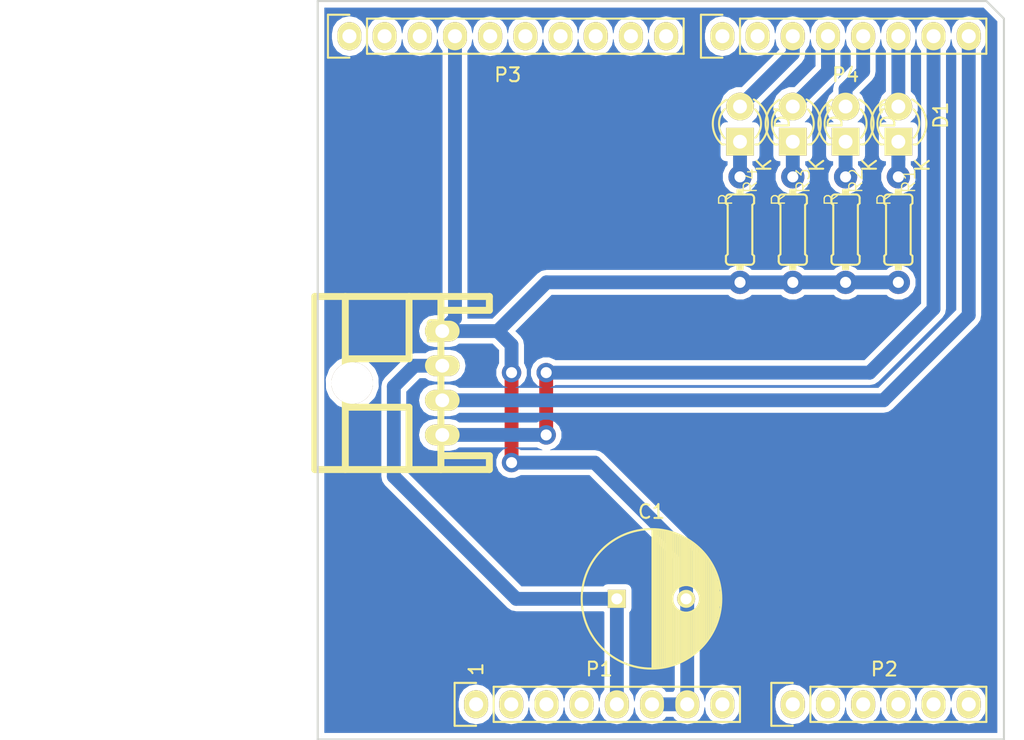
<source format=kicad_pcb>
(kicad_pcb (version 4) (host pcbnew 4.0.4-stable)

  (general
    (links 22)
    (no_connects 2)
    (area 104.572999 72.949999 178.510001 126.440001)
    (thickness 1.6)
    (drawings 23)
    (tracks 48)
    (zones 0)
    (modules 14)
    (nets 15)
  )

  (page A4)
  (title_block
    (date "lun. 30 mars 2015")
  )

  (layers
    (0 F.Cu signal)
    (31 B.Cu signal)
    (32 B.Adhes user)
    (33 F.Adhes user)
    (34 B.Paste user)
    (35 F.Paste user)
    (36 B.SilkS user)
    (37 F.SilkS user)
    (38 B.Mask user)
    (39 F.Mask user)
    (40 Dwgs.User user)
    (41 Cmts.User user)
    (42 Eco1.User user)
    (43 Eco2.User user)
    (44 Edge.Cuts user)
    (45 Margin user)
    (46 B.CrtYd user)
    (47 F.CrtYd user)
    (48 B.Fab user)
    (49 F.Fab user)
  )

  (setup
    (last_trace_width 1)
    (user_trace_width 1)
    (trace_clearance 0.2)
    (zone_clearance 0.4)
    (zone_45_only no)
    (trace_min 0.2)
    (segment_width 0.15)
    (edge_width 0.15)
    (via_size 0.6)
    (via_drill 0.4)
    (via_min_size 0.4)
    (via_min_drill 0.3)
    (user_via 1.4 0.8)
    (uvia_size 0.3)
    (uvia_drill 0.1)
    (uvias_allowed no)
    (uvia_min_size 0.2)
    (uvia_min_drill 0.1)
    (pcb_text_width 0.3)
    (pcb_text_size 1.5 1.5)
    (mod_edge_width 0.15)
    (mod_text_size 1 1)
    (mod_text_width 0.15)
    (pad_size 4.064 4.064)
    (pad_drill 3.048)
    (pad_to_mask_clearance 0)
    (aux_axis_origin 110.998 126.365)
    (grid_origin 110.998 126.365)
    (visible_elements 7FFFFFFF)
    (pcbplotparams
      (layerselection 0x01000_80000000)
      (usegerberextensions false)
      (excludeedgelayer true)
      (linewidth 0.100000)
      (plotframeref false)
      (viasonmask false)
      (mode 1)
      (useauxorigin false)
      (hpglpennumber 1)
      (hpglpenspeed 20)
      (hpglpendiameter 15)
      (hpglpenoverlay 2)
      (psnegative false)
      (psa4output false)
      (plotreference true)
      (plotvalue true)
      (plotinvisibletext false)
      (padsonsilk false)
      (subtractmaskfromsilk false)
      (outputformat 1)
      (mirror false)
      (drillshape 0)
      (scaleselection 1)
      (outputdirectory ""))
  )

  (net 0 "")
  (net 1 +5V)
  (net 2 GND)
  (net 3 "/A4(SDA)")
  (net 4 "/A5(SCL)")
  (net 5 "/5(**)")
  (net 6 /4)
  (net 7 "/3(**)")
  (net 8 /2)
  (net 9 "/1(Tx)")
  (net 10 "/0(Rx)")
  (net 11 "Net-(D1-Pad1)")
  (net 12 "Net-(D2-Pad1)")
  (net 13 "Net-(D3-Pad1)")
  (net 14 "Net-(D4-Pad1)")

  (net_class Default "This is the default net class."
    (clearance 0.2)
    (trace_width 0.25)
    (via_dia 0.6)
    (via_drill 0.4)
    (uvia_dia 0.3)
    (uvia_drill 0.1)
    (add_net +5V)
    (add_net "/0(Rx)")
    (add_net "/1(Tx)")
    (add_net /2)
    (add_net "/3(**)")
    (add_net /4)
    (add_net "/5(**)")
    (add_net "/A4(SDA)")
    (add_net "/A5(SCL)")
    (add_net GND)
    (add_net "Net-(D1-Pad1)")
    (add_net "Net-(D2-Pad1)")
    (add_net "Net-(D3-Pad1)")
    (add_net "Net-(D4-Pad1)")
  )

  (module Socket_Arduino_Uno:Socket_Strip_Arduino_1x08 locked (layer F.Cu) (tedit 552168D2) (tstamp 551AF9EA)
    (at 138.938 123.825)
    (descr "Through hole socket strip")
    (tags "socket strip")
    (path /56D70129)
    (fp_text reference P1 (at 8.89 -2.54) (layer F.SilkS)
      (effects (font (size 1 1) (thickness 0.15)))
    )
    (fp_text value Power (at 8.89 -4.064) (layer F.Fab)
      (effects (font (size 1 1) (thickness 0.15)))
    )
    (fp_line (start -1.75 -1.75) (end -1.75 1.75) (layer F.CrtYd) (width 0.05))
    (fp_line (start 19.55 -1.75) (end 19.55 1.75) (layer F.CrtYd) (width 0.05))
    (fp_line (start -1.75 -1.75) (end 19.55 -1.75) (layer F.CrtYd) (width 0.05))
    (fp_line (start -1.75 1.75) (end 19.55 1.75) (layer F.CrtYd) (width 0.05))
    (fp_line (start 1.27 1.27) (end 19.05 1.27) (layer F.SilkS) (width 0.15))
    (fp_line (start 19.05 1.27) (end 19.05 -1.27) (layer F.SilkS) (width 0.15))
    (fp_line (start 19.05 -1.27) (end 1.27 -1.27) (layer F.SilkS) (width 0.15))
    (fp_line (start -1.55 1.55) (end 0 1.55) (layer F.SilkS) (width 0.15))
    (fp_line (start 1.27 1.27) (end 1.27 -1.27) (layer F.SilkS) (width 0.15))
    (fp_line (start 0 -1.55) (end -1.55 -1.55) (layer F.SilkS) (width 0.15))
    (fp_line (start -1.55 -1.55) (end -1.55 1.55) (layer F.SilkS) (width 0.15))
    (pad 1 thru_hole oval (at 0 0) (size 1.7272 2.032) (drill 1.016) (layers *.Cu *.Mask F.SilkS))
    (pad 2 thru_hole oval (at 2.54 0) (size 1.7272 2.032) (drill 1.016) (layers *.Cu *.Mask F.SilkS))
    (pad 3 thru_hole oval (at 5.08 0) (size 1.7272 2.032) (drill 1.016) (layers *.Cu *.Mask F.SilkS))
    (pad 4 thru_hole oval (at 7.62 0) (size 1.7272 2.032) (drill 1.016) (layers *.Cu *.Mask F.SilkS))
    (pad 5 thru_hole oval (at 10.16 0) (size 1.7272 2.032) (drill 1.016) (layers *.Cu *.Mask F.SilkS)
      (net 1 +5V))
    (pad 6 thru_hole oval (at 12.7 0) (size 1.7272 2.032) (drill 1.016) (layers *.Cu *.Mask F.SilkS)
      (net 2 GND))
    (pad 7 thru_hole oval (at 15.24 0) (size 1.7272 2.032) (drill 1.016) (layers *.Cu *.Mask F.SilkS)
      (net 2 GND))
    (pad 8 thru_hole oval (at 17.78 0) (size 1.7272 2.032) (drill 1.016) (layers *.Cu *.Mask F.SilkS))
    (model ${KIPRJMOD}/Socket_Arduino_Uno.3dshapes/Socket_header_Arduino_1x08.wrl
      (at (xyz 0.35 0 0))
      (scale (xyz 1 1 1))
      (rotate (xyz 0 0 180))
    )
  )

  (module Socket_Arduino_Uno:Socket_Strip_Arduino_1x06 locked (layer F.Cu) (tedit 552168D6) (tstamp 551AF9FF)
    (at 161.798 123.825)
    (descr "Through hole socket strip")
    (tags "socket strip")
    (path /56D70DD8)
    (fp_text reference P2 (at 6.604 -2.54) (layer F.SilkS)
      (effects (font (size 1 1) (thickness 0.15)))
    )
    (fp_text value Analog (at 6.604 -4.064) (layer F.Fab)
      (effects (font (size 1 1) (thickness 0.15)))
    )
    (fp_line (start -1.75 -1.75) (end -1.75 1.75) (layer F.CrtYd) (width 0.05))
    (fp_line (start 14.45 -1.75) (end 14.45 1.75) (layer F.CrtYd) (width 0.05))
    (fp_line (start -1.75 -1.75) (end 14.45 -1.75) (layer F.CrtYd) (width 0.05))
    (fp_line (start -1.75 1.75) (end 14.45 1.75) (layer F.CrtYd) (width 0.05))
    (fp_line (start 1.27 1.27) (end 13.97 1.27) (layer F.SilkS) (width 0.15))
    (fp_line (start 13.97 1.27) (end 13.97 -1.27) (layer F.SilkS) (width 0.15))
    (fp_line (start 13.97 -1.27) (end 1.27 -1.27) (layer F.SilkS) (width 0.15))
    (fp_line (start -1.55 1.55) (end 0 1.55) (layer F.SilkS) (width 0.15))
    (fp_line (start 1.27 1.27) (end 1.27 -1.27) (layer F.SilkS) (width 0.15))
    (fp_line (start 0 -1.55) (end -1.55 -1.55) (layer F.SilkS) (width 0.15))
    (fp_line (start -1.55 -1.55) (end -1.55 1.55) (layer F.SilkS) (width 0.15))
    (pad 1 thru_hole oval (at 0 0) (size 1.7272 2.032) (drill 1.016) (layers *.Cu *.Mask F.SilkS))
    (pad 2 thru_hole oval (at 2.54 0) (size 1.7272 2.032) (drill 1.016) (layers *.Cu *.Mask F.SilkS))
    (pad 3 thru_hole oval (at 5.08 0) (size 1.7272 2.032) (drill 1.016) (layers *.Cu *.Mask F.SilkS))
    (pad 4 thru_hole oval (at 7.62 0) (size 1.7272 2.032) (drill 1.016) (layers *.Cu *.Mask F.SilkS))
    (pad 5 thru_hole oval (at 10.16 0) (size 1.7272 2.032) (drill 1.016) (layers *.Cu *.Mask F.SilkS)
      (net 3 "/A4(SDA)"))
    (pad 6 thru_hole oval (at 12.7 0) (size 1.7272 2.032) (drill 1.016) (layers *.Cu *.Mask F.SilkS)
      (net 4 "/A5(SCL)"))
    (model ${KIPRJMOD}/Socket_Arduino_Uno.3dshapes/Socket_header_Arduino_1x06.wrl
      (at (xyz 0.25 0 0))
      (scale (xyz 1 1 1))
      (rotate (xyz 0 0 180))
    )
  )

  (module Socket_Arduino_Uno:Socket_Strip_Arduino_1x10 locked (layer F.Cu) (tedit 552168BF) (tstamp 551AFA18)
    (at 129.794 75.565)
    (descr "Through hole socket strip")
    (tags "socket strip")
    (path /56D721E0)
    (fp_text reference P3 (at 11.43 2.794) (layer F.SilkS)
      (effects (font (size 1 1) (thickness 0.15)))
    )
    (fp_text value Digital (at 11.43 4.318) (layer F.Fab)
      (effects (font (size 1 1) (thickness 0.15)))
    )
    (fp_line (start -1.75 -1.75) (end -1.75 1.75) (layer F.CrtYd) (width 0.05))
    (fp_line (start 24.65 -1.75) (end 24.65 1.75) (layer F.CrtYd) (width 0.05))
    (fp_line (start -1.75 -1.75) (end 24.65 -1.75) (layer F.CrtYd) (width 0.05))
    (fp_line (start -1.75 1.75) (end 24.65 1.75) (layer F.CrtYd) (width 0.05))
    (fp_line (start 1.27 1.27) (end 24.13 1.27) (layer F.SilkS) (width 0.15))
    (fp_line (start 24.13 1.27) (end 24.13 -1.27) (layer F.SilkS) (width 0.15))
    (fp_line (start 24.13 -1.27) (end 1.27 -1.27) (layer F.SilkS) (width 0.15))
    (fp_line (start -1.55 1.55) (end 0 1.55) (layer F.SilkS) (width 0.15))
    (fp_line (start 1.27 1.27) (end 1.27 -1.27) (layer F.SilkS) (width 0.15))
    (fp_line (start 0 -1.55) (end -1.55 -1.55) (layer F.SilkS) (width 0.15))
    (fp_line (start -1.55 -1.55) (end -1.55 1.55) (layer F.SilkS) (width 0.15))
    (pad 1 thru_hole oval (at 0 0) (size 1.7272 2.032) (drill 1.016) (layers *.Cu *.Mask F.SilkS)
      (net 4 "/A5(SCL)"))
    (pad 2 thru_hole oval (at 2.54 0) (size 1.7272 2.032) (drill 1.016) (layers *.Cu *.Mask F.SilkS)
      (net 3 "/A4(SDA)"))
    (pad 3 thru_hole oval (at 5.08 0) (size 1.7272 2.032) (drill 1.016) (layers *.Cu *.Mask F.SilkS))
    (pad 4 thru_hole oval (at 7.62 0) (size 1.7272 2.032) (drill 1.016) (layers *.Cu *.Mask F.SilkS)
      (net 2 GND))
    (pad 5 thru_hole oval (at 10.16 0) (size 1.7272 2.032) (drill 1.016) (layers *.Cu *.Mask F.SilkS))
    (pad 6 thru_hole oval (at 12.7 0) (size 1.7272 2.032) (drill 1.016) (layers *.Cu *.Mask F.SilkS))
    (pad 7 thru_hole oval (at 15.24 0) (size 1.7272 2.032) (drill 1.016) (layers *.Cu *.Mask F.SilkS))
    (pad 8 thru_hole oval (at 17.78 0) (size 1.7272 2.032) (drill 1.016) (layers *.Cu *.Mask F.SilkS))
    (pad 9 thru_hole oval (at 20.32 0) (size 1.7272 2.032) (drill 1.016) (layers *.Cu *.Mask F.SilkS))
    (pad 10 thru_hole oval (at 22.86 0) (size 1.7272 2.032) (drill 1.016) (layers *.Cu *.Mask F.SilkS))
    (model ${KIPRJMOD}/Socket_Arduino_Uno.3dshapes/Socket_header_Arduino_1x10.wrl
      (at (xyz 0.45 0 0))
      (scale (xyz 1 1 1))
      (rotate (xyz 0 0 180))
    )
  )

  (module Socket_Arduino_Uno:Socket_Strip_Arduino_1x08 locked (layer F.Cu) (tedit 552168C7) (tstamp 551AFA2F)
    (at 156.718 75.565)
    (descr "Through hole socket strip")
    (tags "socket strip")
    (path /56D7164F)
    (fp_text reference P4 (at 8.89 2.794) (layer F.SilkS)
      (effects (font (size 1 1) (thickness 0.15)))
    )
    (fp_text value Digital (at 8.89 4.318) (layer F.Fab)
      (effects (font (size 1 1) (thickness 0.15)))
    )
    (fp_line (start -1.75 -1.75) (end -1.75 1.75) (layer F.CrtYd) (width 0.05))
    (fp_line (start 19.55 -1.75) (end 19.55 1.75) (layer F.CrtYd) (width 0.05))
    (fp_line (start -1.75 -1.75) (end 19.55 -1.75) (layer F.CrtYd) (width 0.05))
    (fp_line (start -1.75 1.75) (end 19.55 1.75) (layer F.CrtYd) (width 0.05))
    (fp_line (start 1.27 1.27) (end 19.05 1.27) (layer F.SilkS) (width 0.15))
    (fp_line (start 19.05 1.27) (end 19.05 -1.27) (layer F.SilkS) (width 0.15))
    (fp_line (start 19.05 -1.27) (end 1.27 -1.27) (layer F.SilkS) (width 0.15))
    (fp_line (start -1.55 1.55) (end 0 1.55) (layer F.SilkS) (width 0.15))
    (fp_line (start 1.27 1.27) (end 1.27 -1.27) (layer F.SilkS) (width 0.15))
    (fp_line (start 0 -1.55) (end -1.55 -1.55) (layer F.SilkS) (width 0.15))
    (fp_line (start -1.55 -1.55) (end -1.55 1.55) (layer F.SilkS) (width 0.15))
    (pad 1 thru_hole oval (at 0 0) (size 1.7272 2.032) (drill 1.016) (layers *.Cu *.Mask F.SilkS))
    (pad 2 thru_hole oval (at 2.54 0) (size 1.7272 2.032) (drill 1.016) (layers *.Cu *.Mask F.SilkS))
    (pad 3 thru_hole oval (at 5.08 0) (size 1.7272 2.032) (drill 1.016) (layers *.Cu *.Mask F.SilkS)
      (net 5 "/5(**)"))
    (pad 4 thru_hole oval (at 7.62 0) (size 1.7272 2.032) (drill 1.016) (layers *.Cu *.Mask F.SilkS)
      (net 6 /4))
    (pad 5 thru_hole oval (at 10.16 0) (size 1.7272 2.032) (drill 1.016) (layers *.Cu *.Mask F.SilkS)
      (net 7 "/3(**)"))
    (pad 6 thru_hole oval (at 12.7 0) (size 1.7272 2.032) (drill 1.016) (layers *.Cu *.Mask F.SilkS)
      (net 8 /2))
    (pad 7 thru_hole oval (at 15.24 0) (size 1.7272 2.032) (drill 1.016) (layers *.Cu *.Mask F.SilkS)
      (net 9 "/1(Tx)"))
    (pad 8 thru_hole oval (at 17.78 0) (size 1.7272 2.032) (drill 1.016) (layers *.Cu *.Mask F.SilkS)
      (net 10 "/0(Rx)"))
    (model ${KIPRJMOD}/Socket_Arduino_Uno.3dshapes/Socket_header_Arduino_1x08.wrl
      (at (xyz 0.35 0 0))
      (scale (xyz 1 1 1))
      (rotate (xyz 0 0 180))
    )
  )

  (module RP_KiCAD_Connector:XA_4LC (layer F.Cu) (tedit 5763BBB7) (tstamp 584AC534)
    (at 136.498 96.865 270)
    (path /584AC504)
    (fp_text reference P9 (at 0 0.5 270) (layer F.SilkS)
      (effects (font (size 1 1) (thickness 0.15)))
    )
    (fp_text value CONN_01X04 (at 0 -0.5 270) (layer F.Fab)
      (effects (font (size 1 1) (thickness 0.15)))
    )
    (fp_line (start 10 -3.4) (end 9 -3.4) (layer F.SilkS) (width 0.5))
    (fp_line (start 9 -3.4) (end 9 0.1) (layer F.SilkS) (width 0.5))
    (fp_line (start -2.5 -3.4) (end -1.5 -3.4) (layer F.SilkS) (width 0.5))
    (fp_line (start -1.5 -3.4) (end -1.5 0.1) (layer F.SilkS) (width 0.5))
    (fp_line (start 10 0.1) (end -2.5 0.1) (layer F.SilkS) (width 0.5))
    (fp_line (start 5.5 2.4) (end 10 2.4) (layer F.SilkS) (width 0.5))
    (fp_line (start 2 2.4) (end -2.5 2.4) (layer F.SilkS) (width 0.5))
    (fp_line (start 5.5 2.4) (end 5.5 7) (layer F.SilkS) (width 0.5))
    (fp_line (start 2 2.4) (end 2 7) (layer F.SilkS) (width 0.5))
    (fp_line (start -2.5 7) (end 10 7) (layer F.SilkS) (width 0.5))
    (fp_line (start 10 -3.4) (end 10 9.2) (layer F.SilkS) (width 0.5))
    (fp_line (start 10 9.2) (end -2.5 9.2) (layer F.SilkS) (width 0.5))
    (fp_line (start -2.5 -3.4) (end -2.5 9.2) (layer F.SilkS) (width 0.5))
    (pad 1 thru_hole oval (at 0 0 270) (size 1.5 2.5) (drill 1) (layers *.Cu *.Mask F.SilkS)
      (net 2 GND))
    (pad 2 thru_hole oval (at 2.5 0 270) (size 1.5 2.5) (drill 1) (layers *.Cu *.Mask F.SilkS)
      (net 1 +5V))
    (pad 3 thru_hole oval (at 5 0 270) (size 1.5 2.5) (drill 1) (layers *.Cu *.Mask F.SilkS)
      (net 10 "/0(Rx)"))
    (pad 4 thru_hole oval (at 7.5 0 270) (size 1.5 2.5) (drill 1) (layers *.Cu *.Mask F.SilkS)
      (net 9 "/1(Tx)"))
    (pad "" thru_hole circle (at 3.75 6.5 270) (size 3 3) (drill 3) (layers *.Cu *.Mask F.SilkS)
      (clearance -0.3))
    (model conn_XA/XA_4S.wrl
      (at (xyz 0.15 -0.2 0))
      (scale (xyz 4 4 4))
      (rotate (xyz 0 0 180))
    )
  )

  (module Capacitors_ThroughHole:C_Radial_D10_L20_P5 (layer F.Cu) (tedit 0) (tstamp 584AC567)
    (at 149.098 116.205)
    (descr "Radial Electrolytic Capacitor Diameter 10mm x Length 20mm, Pitch 5mm")
    (tags "Electrolytic Capacitor")
    (path /584AC6E8)
    (fp_text reference C1 (at 2.5 -6.3) (layer F.SilkS)
      (effects (font (size 1 1) (thickness 0.15)))
    )
    (fp_text value 100u (at 2.5 6.3) (layer F.Fab)
      (effects (font (size 1 1) (thickness 0.15)))
    )
    (fp_line (start 2.575 -4.999) (end 2.575 4.999) (layer F.SilkS) (width 0.15))
    (fp_line (start 2.715 -4.995) (end 2.715 4.995) (layer F.SilkS) (width 0.15))
    (fp_line (start 2.855 -4.987) (end 2.855 4.987) (layer F.SilkS) (width 0.15))
    (fp_line (start 2.995 -4.975) (end 2.995 4.975) (layer F.SilkS) (width 0.15))
    (fp_line (start 3.135 -4.96) (end 3.135 4.96) (layer F.SilkS) (width 0.15))
    (fp_line (start 3.275 -4.94) (end 3.275 4.94) (layer F.SilkS) (width 0.15))
    (fp_line (start 3.415 -4.916) (end 3.415 4.916) (layer F.SilkS) (width 0.15))
    (fp_line (start 3.555 -4.887) (end 3.555 4.887) (layer F.SilkS) (width 0.15))
    (fp_line (start 3.695 -4.855) (end 3.695 4.855) (layer F.SilkS) (width 0.15))
    (fp_line (start 3.835 -4.818) (end 3.835 4.818) (layer F.SilkS) (width 0.15))
    (fp_line (start 3.975 -4.777) (end 3.975 4.777) (layer F.SilkS) (width 0.15))
    (fp_line (start 4.115 -4.732) (end 4.115 -0.466) (layer F.SilkS) (width 0.15))
    (fp_line (start 4.115 0.466) (end 4.115 4.732) (layer F.SilkS) (width 0.15))
    (fp_line (start 4.255 -4.682) (end 4.255 -0.667) (layer F.SilkS) (width 0.15))
    (fp_line (start 4.255 0.667) (end 4.255 4.682) (layer F.SilkS) (width 0.15))
    (fp_line (start 4.395 -4.627) (end 4.395 -0.796) (layer F.SilkS) (width 0.15))
    (fp_line (start 4.395 0.796) (end 4.395 4.627) (layer F.SilkS) (width 0.15))
    (fp_line (start 4.535 -4.567) (end 4.535 -0.885) (layer F.SilkS) (width 0.15))
    (fp_line (start 4.535 0.885) (end 4.535 4.567) (layer F.SilkS) (width 0.15))
    (fp_line (start 4.675 -4.502) (end 4.675 -0.946) (layer F.SilkS) (width 0.15))
    (fp_line (start 4.675 0.946) (end 4.675 4.502) (layer F.SilkS) (width 0.15))
    (fp_line (start 4.815 -4.432) (end 4.815 -0.983) (layer F.SilkS) (width 0.15))
    (fp_line (start 4.815 0.983) (end 4.815 4.432) (layer F.SilkS) (width 0.15))
    (fp_line (start 4.955 -4.356) (end 4.955 -0.999) (layer F.SilkS) (width 0.15))
    (fp_line (start 4.955 0.999) (end 4.955 4.356) (layer F.SilkS) (width 0.15))
    (fp_line (start 5.095 -4.274) (end 5.095 -0.995) (layer F.SilkS) (width 0.15))
    (fp_line (start 5.095 0.995) (end 5.095 4.274) (layer F.SilkS) (width 0.15))
    (fp_line (start 5.235 -4.186) (end 5.235 -0.972) (layer F.SilkS) (width 0.15))
    (fp_line (start 5.235 0.972) (end 5.235 4.186) (layer F.SilkS) (width 0.15))
    (fp_line (start 5.375 -4.091) (end 5.375 -0.927) (layer F.SilkS) (width 0.15))
    (fp_line (start 5.375 0.927) (end 5.375 4.091) (layer F.SilkS) (width 0.15))
    (fp_line (start 5.515 -3.989) (end 5.515 -0.857) (layer F.SilkS) (width 0.15))
    (fp_line (start 5.515 0.857) (end 5.515 3.989) (layer F.SilkS) (width 0.15))
    (fp_line (start 5.655 -3.879) (end 5.655 -0.756) (layer F.SilkS) (width 0.15))
    (fp_line (start 5.655 0.756) (end 5.655 3.879) (layer F.SilkS) (width 0.15))
    (fp_line (start 5.795 -3.761) (end 5.795 -0.607) (layer F.SilkS) (width 0.15))
    (fp_line (start 5.795 0.607) (end 5.795 3.761) (layer F.SilkS) (width 0.15))
    (fp_line (start 5.935 -3.633) (end 5.935 -0.355) (layer F.SilkS) (width 0.15))
    (fp_line (start 5.935 0.355) (end 5.935 3.633) (layer F.SilkS) (width 0.15))
    (fp_line (start 6.075 -3.496) (end 6.075 3.496) (layer F.SilkS) (width 0.15))
    (fp_line (start 6.215 -3.346) (end 6.215 3.346) (layer F.SilkS) (width 0.15))
    (fp_line (start 6.355 -3.184) (end 6.355 3.184) (layer F.SilkS) (width 0.15))
    (fp_line (start 6.495 -3.007) (end 6.495 3.007) (layer F.SilkS) (width 0.15))
    (fp_line (start 6.635 -2.811) (end 6.635 2.811) (layer F.SilkS) (width 0.15))
    (fp_line (start 6.775 -2.593) (end 6.775 2.593) (layer F.SilkS) (width 0.15))
    (fp_line (start 6.915 -2.347) (end 6.915 2.347) (layer F.SilkS) (width 0.15))
    (fp_line (start 7.055 -2.062) (end 7.055 2.062) (layer F.SilkS) (width 0.15))
    (fp_line (start 7.195 -1.72) (end 7.195 1.72) (layer F.SilkS) (width 0.15))
    (fp_line (start 7.335 -1.274) (end 7.335 1.274) (layer F.SilkS) (width 0.15))
    (fp_line (start 7.475 -0.499) (end 7.475 0.499) (layer F.SilkS) (width 0.15))
    (fp_circle (center 5 0) (end 5 -1) (layer F.SilkS) (width 0.15))
    (fp_circle (center 2.5 0) (end 2.5 -5.0375) (layer F.SilkS) (width 0.15))
    (fp_circle (center 2.5 0) (end 2.5 -5.3) (layer F.CrtYd) (width 0.05))
    (pad 1 thru_hole rect (at 0 0) (size 1.3 1.3) (drill 0.8) (layers *.Cu *.Mask F.SilkS)
      (net 1 +5V))
    (pad 2 thru_hole circle (at 5 0) (size 1.3 1.3) (drill 0.8) (layers *.Cu *.Mask F.SilkS)
      (net 2 GND))
    (model Capacitors_ThroughHole.3dshapes/C_Radial_D10_L20_P5.wrl
      (at (xyz 0 0 0))
      (scale (xyz 1 1 1))
      (rotate (xyz 0 0 0))
    )
  )

  (module LEDs:LED-3MM (layer F.Cu) (tedit 559B82F6) (tstamp 584B4A32)
    (at 169.418 83.185 90)
    (descr "LED 3mm round vertical")
    (tags "LED  3mm round vertical")
    (path /584B4AE2)
    (fp_text reference D1 (at 1.91 3.06 90) (layer F.SilkS)
      (effects (font (size 1 1) (thickness 0.15)))
    )
    (fp_text value LED (at 1.3 -2.9 90) (layer F.Fab)
      (effects (font (size 1 1) (thickness 0.15)))
    )
    (fp_line (start -1.2 2.3) (end 3.8 2.3) (layer F.CrtYd) (width 0.05))
    (fp_line (start 3.8 2.3) (end 3.8 -2.2) (layer F.CrtYd) (width 0.05))
    (fp_line (start 3.8 -2.2) (end -1.2 -2.2) (layer F.CrtYd) (width 0.05))
    (fp_line (start -1.2 -2.2) (end -1.2 2.3) (layer F.CrtYd) (width 0.05))
    (fp_line (start -0.199 1.314) (end -0.199 1.114) (layer F.SilkS) (width 0.15))
    (fp_line (start -0.199 -1.28) (end -0.199 -1.1) (layer F.SilkS) (width 0.15))
    (fp_arc (start 1.301 0.034) (end -0.199 -1.286) (angle 108.5) (layer F.SilkS) (width 0.15))
    (fp_arc (start 1.301 0.034) (end 0.25 -1.1) (angle 85.7) (layer F.SilkS) (width 0.15))
    (fp_arc (start 1.311 0.034) (end 3.051 0.994) (angle 110) (layer F.SilkS) (width 0.15))
    (fp_arc (start 1.301 0.034) (end 2.335 1.094) (angle 87.5) (layer F.SilkS) (width 0.15))
    (fp_text user K (at -1.69 1.74 90) (layer F.SilkS)
      (effects (font (size 1 1) (thickness 0.15)))
    )
    (pad 1 thru_hole rect (at 0 0 180) (size 2 2) (drill 1.00076) (layers *.Cu *.Mask F.SilkS)
      (net 11 "Net-(D1-Pad1)"))
    (pad 2 thru_hole circle (at 2.54 0 90) (size 2 2) (drill 1.00076) (layers *.Cu *.Mask F.SilkS)
      (net 8 /2))
    (model LEDs.3dshapes/LED-3MM.wrl
      (at (xyz 0.05 0 0))
      (scale (xyz 1 1 1))
      (rotate (xyz 0 0 90))
    )
  )

  (module LEDs:LED-3MM (layer F.Cu) (tedit 559B82F6) (tstamp 584B4A38)
    (at 165.608 83.185 90)
    (descr "LED 3mm round vertical")
    (tags "LED  3mm round vertical")
    (path /584B4AB4)
    (fp_text reference D2 (at 1.91 3.06 90) (layer F.SilkS)
      (effects (font (size 1 1) (thickness 0.15)))
    )
    (fp_text value LED (at 1.3 -2.9 90) (layer F.Fab)
      (effects (font (size 1 1) (thickness 0.15)))
    )
    (fp_line (start -1.2 2.3) (end 3.8 2.3) (layer F.CrtYd) (width 0.05))
    (fp_line (start 3.8 2.3) (end 3.8 -2.2) (layer F.CrtYd) (width 0.05))
    (fp_line (start 3.8 -2.2) (end -1.2 -2.2) (layer F.CrtYd) (width 0.05))
    (fp_line (start -1.2 -2.2) (end -1.2 2.3) (layer F.CrtYd) (width 0.05))
    (fp_line (start -0.199 1.314) (end -0.199 1.114) (layer F.SilkS) (width 0.15))
    (fp_line (start -0.199 -1.28) (end -0.199 -1.1) (layer F.SilkS) (width 0.15))
    (fp_arc (start 1.301 0.034) (end -0.199 -1.286) (angle 108.5) (layer F.SilkS) (width 0.15))
    (fp_arc (start 1.301 0.034) (end 0.25 -1.1) (angle 85.7) (layer F.SilkS) (width 0.15))
    (fp_arc (start 1.311 0.034) (end 3.051 0.994) (angle 110) (layer F.SilkS) (width 0.15))
    (fp_arc (start 1.301 0.034) (end 2.335 1.094) (angle 87.5) (layer F.SilkS) (width 0.15))
    (fp_text user K (at -1.69 1.74 90) (layer F.SilkS)
      (effects (font (size 1 1) (thickness 0.15)))
    )
    (pad 1 thru_hole rect (at 0 0 180) (size 2 2) (drill 1.00076) (layers *.Cu *.Mask F.SilkS)
      (net 12 "Net-(D2-Pad1)"))
    (pad 2 thru_hole circle (at 2.54 0 90) (size 2 2) (drill 1.00076) (layers *.Cu *.Mask F.SilkS)
      (net 7 "/3(**)"))
    (model LEDs.3dshapes/LED-3MM.wrl
      (at (xyz 0.05 0 0))
      (scale (xyz 1 1 1))
      (rotate (xyz 0 0 90))
    )
  )

  (module LEDs:LED-3MM (layer F.Cu) (tedit 559B82F6) (tstamp 584B4A3E)
    (at 161.798 83.185 90)
    (descr "LED 3mm round vertical")
    (tags "LED  3mm round vertical")
    (path /584B49F7)
    (fp_text reference D3 (at 1.91 3.06 90) (layer F.SilkS)
      (effects (font (size 1 1) (thickness 0.15)))
    )
    (fp_text value LED (at 1.3 -2.9 90) (layer F.Fab)
      (effects (font (size 1 1) (thickness 0.15)))
    )
    (fp_line (start -1.2 2.3) (end 3.8 2.3) (layer F.CrtYd) (width 0.05))
    (fp_line (start 3.8 2.3) (end 3.8 -2.2) (layer F.CrtYd) (width 0.05))
    (fp_line (start 3.8 -2.2) (end -1.2 -2.2) (layer F.CrtYd) (width 0.05))
    (fp_line (start -1.2 -2.2) (end -1.2 2.3) (layer F.CrtYd) (width 0.05))
    (fp_line (start -0.199 1.314) (end -0.199 1.114) (layer F.SilkS) (width 0.15))
    (fp_line (start -0.199 -1.28) (end -0.199 -1.1) (layer F.SilkS) (width 0.15))
    (fp_arc (start 1.301 0.034) (end -0.199 -1.286) (angle 108.5) (layer F.SilkS) (width 0.15))
    (fp_arc (start 1.301 0.034) (end 0.25 -1.1) (angle 85.7) (layer F.SilkS) (width 0.15))
    (fp_arc (start 1.311 0.034) (end 3.051 0.994) (angle 110) (layer F.SilkS) (width 0.15))
    (fp_arc (start 1.301 0.034) (end 2.335 1.094) (angle 87.5) (layer F.SilkS) (width 0.15))
    (fp_text user K (at -1.69 1.74 90) (layer F.SilkS)
      (effects (font (size 1 1) (thickness 0.15)))
    )
    (pad 1 thru_hole rect (at 0 0 180) (size 2 2) (drill 1.00076) (layers *.Cu *.Mask F.SilkS)
      (net 13 "Net-(D3-Pad1)"))
    (pad 2 thru_hole circle (at 2.54 0 90) (size 2 2) (drill 1.00076) (layers *.Cu *.Mask F.SilkS)
      (net 6 /4))
    (model LEDs.3dshapes/LED-3MM.wrl
      (at (xyz 0.05 0 0))
      (scale (xyz 1 1 1))
      (rotate (xyz 0 0 90))
    )
  )

  (module LEDs:LED-3MM (layer F.Cu) (tedit 559B82F6) (tstamp 584B4A44)
    (at 157.988 83.185 90)
    (descr "LED 3mm round vertical")
    (tags "LED  3mm round vertical")
    (path /584B5261)
    (fp_text reference D4 (at 1.91 3.06 90) (layer F.SilkS)
      (effects (font (size 1 1) (thickness 0.15)))
    )
    (fp_text value LED (at 1.3 -2.9 90) (layer F.Fab)
      (effects (font (size 1 1) (thickness 0.15)))
    )
    (fp_line (start -1.2 2.3) (end 3.8 2.3) (layer F.CrtYd) (width 0.05))
    (fp_line (start 3.8 2.3) (end 3.8 -2.2) (layer F.CrtYd) (width 0.05))
    (fp_line (start 3.8 -2.2) (end -1.2 -2.2) (layer F.CrtYd) (width 0.05))
    (fp_line (start -1.2 -2.2) (end -1.2 2.3) (layer F.CrtYd) (width 0.05))
    (fp_line (start -0.199 1.314) (end -0.199 1.114) (layer F.SilkS) (width 0.15))
    (fp_line (start -0.199 -1.28) (end -0.199 -1.1) (layer F.SilkS) (width 0.15))
    (fp_arc (start 1.301 0.034) (end -0.199 -1.286) (angle 108.5) (layer F.SilkS) (width 0.15))
    (fp_arc (start 1.301 0.034) (end 0.25 -1.1) (angle 85.7) (layer F.SilkS) (width 0.15))
    (fp_arc (start 1.311 0.034) (end 3.051 0.994) (angle 110) (layer F.SilkS) (width 0.15))
    (fp_arc (start 1.301 0.034) (end 2.335 1.094) (angle 87.5) (layer F.SilkS) (width 0.15))
    (fp_text user K (at -1.69 1.74 90) (layer F.SilkS)
      (effects (font (size 1 1) (thickness 0.15)))
    )
    (pad 1 thru_hole rect (at 0 0 180) (size 2 2) (drill 1.00076) (layers *.Cu *.Mask F.SilkS)
      (net 14 "Net-(D4-Pad1)"))
    (pad 2 thru_hole circle (at 2.54 0 90) (size 2 2) (drill 1.00076) (layers *.Cu *.Mask F.SilkS)
      (net 5 "/5(**)"))
    (model LEDs.3dshapes/LED-3MM.wrl
      (at (xyz 0.05 0 0))
      (scale (xyz 1 1 1))
      (rotate (xyz 0 0 90))
    )
  )

  (module RP_KiCAD_Libs:0204_2f7 (layer F.Cu) (tedit 0) (tstamp 584B4A4A)
    (at 169.418 89.535 270)
    (descr "<b>RESISTOR</b><p>\ntype 0204, grid 7.5 mm")
    (path /584B4B84)
    (fp_text reference R1 (at -2.54 -1.2954 270) (layer F.SilkS)
      (effects (font (size 0.94107 0.94107) (thickness 0.09906)) (justify left bottom))
    )
    (fp_text value R (at -1.6256 0.4826 270) (layer F.SilkS)
      (effects (font (size 0.94107 0.94107) (thickness 0.09906)) (justify left bottom))
    )
    (fp_line (start 3.81 0) (end 2.921 0) (layer Dwgs.User) (width 0.508))
    (fp_line (start -3.81 0) (end -2.921 0) (layer Dwgs.User) (width 0.508))
    (fp_arc (start -2.286 -0.762) (end -2.54 -0.762) (angle 90) (layer F.SilkS) (width 0.1524))
    (fp_arc (start -2.286 0.762) (end -2.54 0.762) (angle -90) (layer F.SilkS) (width 0.1524))
    (fp_arc (start 2.286 0.762) (end 2.286 1.016) (angle -90) (layer F.SilkS) (width 0.1524))
    (fp_arc (start 2.286 -0.762) (end 2.286 -1.016) (angle 90) (layer F.SilkS) (width 0.1524))
    (fp_line (start -2.54 0.762) (end -2.54 -0.762) (layer F.SilkS) (width 0.1524))
    (fp_line (start -2.286 -1.016) (end -1.905 -1.016) (layer F.SilkS) (width 0.1524))
    (fp_line (start -1.778 -0.889) (end -1.905 -1.016) (layer F.SilkS) (width 0.1524))
    (fp_line (start -2.286 1.016) (end -1.905 1.016) (layer F.SilkS) (width 0.1524))
    (fp_line (start -1.778 0.889) (end -1.905 1.016) (layer F.SilkS) (width 0.1524))
    (fp_line (start 1.778 -0.889) (end 1.905 -1.016) (layer F.SilkS) (width 0.1524))
    (fp_line (start 1.778 -0.889) (end -1.778 -0.889) (layer F.SilkS) (width 0.1524))
    (fp_line (start 1.778 0.889) (end 1.905 1.016) (layer F.SilkS) (width 0.1524))
    (fp_line (start 1.778 0.889) (end -1.778 0.889) (layer F.SilkS) (width 0.1524))
    (fp_line (start 2.286 -1.016) (end 1.905 -1.016) (layer F.SilkS) (width 0.1524))
    (fp_line (start 2.286 1.016) (end 1.905 1.016) (layer F.SilkS) (width 0.1524))
    (fp_line (start 2.54 0.762) (end 2.54 -0.762) (layer F.SilkS) (width 0.1524))
    (fp_poly (pts (xy 2.54 0.254) (xy 2.921 0.254) (xy 2.921 -0.254) (xy 2.54 -0.254)) (layer F.SilkS) (width 0))
    (fp_poly (pts (xy -2.921 0.254) (xy -2.54 0.254) (xy -2.54 -0.254) (xy -2.921 -0.254)) (layer F.SilkS) (width 0))
    (pad 1 thru_hole circle (at -3.81 0 270) (size 1.6764 1.6764) (drill 0.8) (layers *.Cu *.Mask)
      (net 11 "Net-(D1-Pad1)"))
    (pad 2 thru_hole circle (at 3.81 0 270) (size 1.6764 1.6764) (drill 0.8) (layers *.Cu *.Mask)
      (net 2 GND))
    (model discret/resistors/horizontal/r_h_820R.wrl
      (at (xyz 0 0 0))
      (scale (xyz 0.3 0.3 0.3))
      (rotate (xyz 0 0 0))
    )
  )

  (module RP_KiCAD_Libs:0204_2f7 (layer F.Cu) (tedit 0) (tstamp 584B4A50)
    (at 165.608 89.535 270)
    (descr "<b>RESISTOR</b><p>\ntype 0204, grid 7.5 mm")
    (path /584B4CDB)
    (fp_text reference R2 (at -2.54 -1.2954 270) (layer F.SilkS)
      (effects (font (size 0.94107 0.94107) (thickness 0.09906)) (justify left bottom))
    )
    (fp_text value R (at -1.6256 0.4826 270) (layer F.SilkS)
      (effects (font (size 0.94107 0.94107) (thickness 0.09906)) (justify left bottom))
    )
    (fp_line (start 3.81 0) (end 2.921 0) (layer Dwgs.User) (width 0.508))
    (fp_line (start -3.81 0) (end -2.921 0) (layer Dwgs.User) (width 0.508))
    (fp_arc (start -2.286 -0.762) (end -2.54 -0.762) (angle 90) (layer F.SilkS) (width 0.1524))
    (fp_arc (start -2.286 0.762) (end -2.54 0.762) (angle -90) (layer F.SilkS) (width 0.1524))
    (fp_arc (start 2.286 0.762) (end 2.286 1.016) (angle -90) (layer F.SilkS) (width 0.1524))
    (fp_arc (start 2.286 -0.762) (end 2.286 -1.016) (angle 90) (layer F.SilkS) (width 0.1524))
    (fp_line (start -2.54 0.762) (end -2.54 -0.762) (layer F.SilkS) (width 0.1524))
    (fp_line (start -2.286 -1.016) (end -1.905 -1.016) (layer F.SilkS) (width 0.1524))
    (fp_line (start -1.778 -0.889) (end -1.905 -1.016) (layer F.SilkS) (width 0.1524))
    (fp_line (start -2.286 1.016) (end -1.905 1.016) (layer F.SilkS) (width 0.1524))
    (fp_line (start -1.778 0.889) (end -1.905 1.016) (layer F.SilkS) (width 0.1524))
    (fp_line (start 1.778 -0.889) (end 1.905 -1.016) (layer F.SilkS) (width 0.1524))
    (fp_line (start 1.778 -0.889) (end -1.778 -0.889) (layer F.SilkS) (width 0.1524))
    (fp_line (start 1.778 0.889) (end 1.905 1.016) (layer F.SilkS) (width 0.1524))
    (fp_line (start 1.778 0.889) (end -1.778 0.889) (layer F.SilkS) (width 0.1524))
    (fp_line (start 2.286 -1.016) (end 1.905 -1.016) (layer F.SilkS) (width 0.1524))
    (fp_line (start 2.286 1.016) (end 1.905 1.016) (layer F.SilkS) (width 0.1524))
    (fp_line (start 2.54 0.762) (end 2.54 -0.762) (layer F.SilkS) (width 0.1524))
    (fp_poly (pts (xy 2.54 0.254) (xy 2.921 0.254) (xy 2.921 -0.254) (xy 2.54 -0.254)) (layer F.SilkS) (width 0))
    (fp_poly (pts (xy -2.921 0.254) (xy -2.54 0.254) (xy -2.54 -0.254) (xy -2.921 -0.254)) (layer F.SilkS) (width 0))
    (pad 1 thru_hole circle (at -3.81 0 270) (size 1.6764 1.6764) (drill 0.8) (layers *.Cu *.Mask)
      (net 12 "Net-(D2-Pad1)"))
    (pad 2 thru_hole circle (at 3.81 0 270) (size 1.6764 1.6764) (drill 0.8) (layers *.Cu *.Mask)
      (net 2 GND))
    (model discret/resistors/horizontal/r_h_820R.wrl
      (at (xyz 0 0 0))
      (scale (xyz 0.3 0.3 0.3))
      (rotate (xyz 0 0 0))
    )
  )

  (module RP_KiCAD_Libs:0204_2f7 (layer F.Cu) (tedit 0) (tstamp 584B4A56)
    (at 161.798 89.535 270)
    (descr "<b>RESISTOR</b><p>\ntype 0204, grid 7.5 mm")
    (path /584B4D16)
    (fp_text reference R3 (at -2.54 -1.2954 270) (layer F.SilkS)
      (effects (font (size 0.94107 0.94107) (thickness 0.09906)) (justify left bottom))
    )
    (fp_text value R (at -1.6256 0.4826 270) (layer F.SilkS)
      (effects (font (size 0.94107 0.94107) (thickness 0.09906)) (justify left bottom))
    )
    (fp_line (start 3.81 0) (end 2.921 0) (layer Dwgs.User) (width 0.508))
    (fp_line (start -3.81 0) (end -2.921 0) (layer Dwgs.User) (width 0.508))
    (fp_arc (start -2.286 -0.762) (end -2.54 -0.762) (angle 90) (layer F.SilkS) (width 0.1524))
    (fp_arc (start -2.286 0.762) (end -2.54 0.762) (angle -90) (layer F.SilkS) (width 0.1524))
    (fp_arc (start 2.286 0.762) (end 2.286 1.016) (angle -90) (layer F.SilkS) (width 0.1524))
    (fp_arc (start 2.286 -0.762) (end 2.286 -1.016) (angle 90) (layer F.SilkS) (width 0.1524))
    (fp_line (start -2.54 0.762) (end -2.54 -0.762) (layer F.SilkS) (width 0.1524))
    (fp_line (start -2.286 -1.016) (end -1.905 -1.016) (layer F.SilkS) (width 0.1524))
    (fp_line (start -1.778 -0.889) (end -1.905 -1.016) (layer F.SilkS) (width 0.1524))
    (fp_line (start -2.286 1.016) (end -1.905 1.016) (layer F.SilkS) (width 0.1524))
    (fp_line (start -1.778 0.889) (end -1.905 1.016) (layer F.SilkS) (width 0.1524))
    (fp_line (start 1.778 -0.889) (end 1.905 -1.016) (layer F.SilkS) (width 0.1524))
    (fp_line (start 1.778 -0.889) (end -1.778 -0.889) (layer F.SilkS) (width 0.1524))
    (fp_line (start 1.778 0.889) (end 1.905 1.016) (layer F.SilkS) (width 0.1524))
    (fp_line (start 1.778 0.889) (end -1.778 0.889) (layer F.SilkS) (width 0.1524))
    (fp_line (start 2.286 -1.016) (end 1.905 -1.016) (layer F.SilkS) (width 0.1524))
    (fp_line (start 2.286 1.016) (end 1.905 1.016) (layer F.SilkS) (width 0.1524))
    (fp_line (start 2.54 0.762) (end 2.54 -0.762) (layer F.SilkS) (width 0.1524))
    (fp_poly (pts (xy 2.54 0.254) (xy 2.921 0.254) (xy 2.921 -0.254) (xy 2.54 -0.254)) (layer F.SilkS) (width 0))
    (fp_poly (pts (xy -2.921 0.254) (xy -2.54 0.254) (xy -2.54 -0.254) (xy -2.921 -0.254)) (layer F.SilkS) (width 0))
    (pad 1 thru_hole circle (at -3.81 0 270) (size 1.6764 1.6764) (drill 0.8) (layers *.Cu *.Mask)
      (net 13 "Net-(D3-Pad1)"))
    (pad 2 thru_hole circle (at 3.81 0 270) (size 1.6764 1.6764) (drill 0.8) (layers *.Cu *.Mask)
      (net 2 GND))
    (model discret/resistors/horizontal/r_h_820R.wrl
      (at (xyz 0 0 0))
      (scale (xyz 0.3 0.3 0.3))
      (rotate (xyz 0 0 0))
    )
  )

  (module RP_KiCAD_Libs:0204_2f7 (layer F.Cu) (tedit 0) (tstamp 584B4A5C)
    (at 157.988 89.535 270)
    (descr "<b>RESISTOR</b><p>\ntype 0204, grid 7.5 mm")
    (path /584B526D)
    (fp_text reference R4 (at -2.54 -1.2954 270) (layer F.SilkS)
      (effects (font (size 0.94107 0.94107) (thickness 0.09906)) (justify left bottom))
    )
    (fp_text value R (at -1.6256 0.4826 270) (layer F.SilkS)
      (effects (font (size 0.94107 0.94107) (thickness 0.09906)) (justify left bottom))
    )
    (fp_line (start 3.81 0) (end 2.921 0) (layer Dwgs.User) (width 0.508))
    (fp_line (start -3.81 0) (end -2.921 0) (layer Dwgs.User) (width 0.508))
    (fp_arc (start -2.286 -0.762) (end -2.54 -0.762) (angle 90) (layer F.SilkS) (width 0.1524))
    (fp_arc (start -2.286 0.762) (end -2.54 0.762) (angle -90) (layer F.SilkS) (width 0.1524))
    (fp_arc (start 2.286 0.762) (end 2.286 1.016) (angle -90) (layer F.SilkS) (width 0.1524))
    (fp_arc (start 2.286 -0.762) (end 2.286 -1.016) (angle 90) (layer F.SilkS) (width 0.1524))
    (fp_line (start -2.54 0.762) (end -2.54 -0.762) (layer F.SilkS) (width 0.1524))
    (fp_line (start -2.286 -1.016) (end -1.905 -1.016) (layer F.SilkS) (width 0.1524))
    (fp_line (start -1.778 -0.889) (end -1.905 -1.016) (layer F.SilkS) (width 0.1524))
    (fp_line (start -2.286 1.016) (end -1.905 1.016) (layer F.SilkS) (width 0.1524))
    (fp_line (start -1.778 0.889) (end -1.905 1.016) (layer F.SilkS) (width 0.1524))
    (fp_line (start 1.778 -0.889) (end 1.905 -1.016) (layer F.SilkS) (width 0.1524))
    (fp_line (start 1.778 -0.889) (end -1.778 -0.889) (layer F.SilkS) (width 0.1524))
    (fp_line (start 1.778 0.889) (end 1.905 1.016) (layer F.SilkS) (width 0.1524))
    (fp_line (start 1.778 0.889) (end -1.778 0.889) (layer F.SilkS) (width 0.1524))
    (fp_line (start 2.286 -1.016) (end 1.905 -1.016) (layer F.SilkS) (width 0.1524))
    (fp_line (start 2.286 1.016) (end 1.905 1.016) (layer F.SilkS) (width 0.1524))
    (fp_line (start 2.54 0.762) (end 2.54 -0.762) (layer F.SilkS) (width 0.1524))
    (fp_poly (pts (xy 2.54 0.254) (xy 2.921 0.254) (xy 2.921 -0.254) (xy 2.54 -0.254)) (layer F.SilkS) (width 0))
    (fp_poly (pts (xy -2.921 0.254) (xy -2.54 0.254) (xy -2.54 -0.254) (xy -2.921 -0.254)) (layer F.SilkS) (width 0))
    (pad 1 thru_hole circle (at -3.81 0 270) (size 1.6764 1.6764) (drill 0.8) (layers *.Cu *.Mask)
      (net 14 "Net-(D4-Pad1)"))
    (pad 2 thru_hole circle (at 3.81 0 270) (size 1.6764 1.6764) (drill 0.8) (layers *.Cu *.Mask)
      (net 2 GND))
    (model discret/resistors/horizontal/r_h_820R.wrl
      (at (xyz 0 0 0))
      (scale (xyz 0.3 0.3 0.3))
      (rotate (xyz 0 0 0))
    )
  )

  (gr_line (start 127.508 126.365) (end 177.038 126.365) (angle 90) (layer Edge.Cuts) (width 0.15))
  (gr_line (start 175.768 73.025) (end 127.508 73.025) (angle 90) (layer Edge.Cuts) (width 0.15))
  (gr_line (start 177.038 74.295) (end 177.038 126.365) (angle 90) (layer Edge.Cuts) (width 0.15))
  (gr_line (start 175.768 73.025) (end 177.038 74.295) (angle 90) (layer Edge.Cuts) (width 0.15))
  (gr_line (start 127.508 73.025) (end 127.508 126.365) (angle 90) (layer Edge.Cuts) (width 0.15))
  (gr_text 1 (at 138.938 121.285 90) (layer F.SilkS)
    (effects (font (size 1 1) (thickness 0.15)))
  )
  (gr_circle (center 117.348 76.962) (end 118.618 76.962) (layer Dwgs.User) (width 0.15))
  (gr_line (start 114.427 78.994) (end 114.427 74.93) (angle 90) (layer Dwgs.User) (width 0.15))
  (gr_line (start 120.269 78.994) (end 114.427 78.994) (angle 90) (layer Dwgs.User) (width 0.15))
  (gr_line (start 120.269 74.93) (end 120.269 78.994) (angle 90) (layer Dwgs.User) (width 0.15))
  (gr_line (start 114.427 74.93) (end 120.269 74.93) (angle 90) (layer Dwgs.User) (width 0.15))
  (gr_line (start 120.523 93.98) (end 104.648 93.98) (angle 90) (layer Dwgs.User) (width 0.15))
  (gr_line (start 173.355 102.235) (end 173.355 94.615) (angle 90) (layer Dwgs.User) (width 0.15))
  (gr_line (start 178.435 102.235) (end 173.355 102.235) (angle 90) (layer Dwgs.User) (width 0.15))
  (gr_line (start 178.435 94.615) (end 178.435 102.235) (angle 90) (layer Dwgs.User) (width 0.15))
  (gr_line (start 173.355 94.615) (end 178.435 94.615) (angle 90) (layer Dwgs.User) (width 0.15))
  (gr_line (start 109.093 123.19) (end 109.093 114.3) (angle 90) (layer Dwgs.User) (width 0.15))
  (gr_line (start 122.428 123.19) (end 109.093 123.19) (angle 90) (layer Dwgs.User) (width 0.15))
  (gr_line (start 122.428 114.3) (end 122.428 123.19) (angle 90) (layer Dwgs.User) (width 0.15))
  (gr_line (start 109.093 114.3) (end 122.428 114.3) (angle 90) (layer Dwgs.User) (width 0.15))
  (gr_line (start 104.648 93.98) (end 104.648 82.55) (angle 90) (layer Dwgs.User) (width 0.15))
  (gr_line (start 120.523 82.55) (end 120.523 93.98) (angle 90) (layer Dwgs.User) (width 0.15))
  (gr_line (start 104.648 82.55) (end 120.523 82.55) (angle 90) (layer Dwgs.User) (width 0.15))

  (segment (start 136.498 99.365) (end 134.498 99.365) (width 1) (layer B.Cu) (net 1))
  (segment (start 141.838 116.205) (end 149.098 116.205) (width 1) (layer B.Cu) (net 1) (tstamp 584B48F0))
  (segment (start 132.998 107.365) (end 141.838 116.205) (width 1) (layer B.Cu) (net 1) (tstamp 584B48EE))
  (segment (start 132.998 100.865) (end 132.998 107.365) (width 1) (layer B.Cu) (net 1) (tstamp 584B48ED))
  (segment (start 134.498 99.365) (end 132.998 100.865) (width 1) (layer B.Cu) (net 1) (tstamp 584B48EC))
  (segment (start 149.098 123.825) (end 149.098 116.205) (width 1) (layer B.Cu) (net 1))
  (segment (start 157.988 93.345) (end 144.018 93.345) (width 1) (layer B.Cu) (net 2) (status 400000))
  (segment (start 144.018 93.345) (end 140.498 96.865) (width 1) (layer B.Cu) (net 2) (tstamp 584B4B77))
  (segment (start 161.798 93.345) (end 157.988 93.345) (width 1) (layer B.Cu) (net 2) (status C00000))
  (segment (start 165.608 93.345) (end 161.798 93.345) (width 1) (layer B.Cu) (net 2) (status C00000))
  (segment (start 169.418 93.345) (end 165.608 93.345) (width 1) (layer B.Cu) (net 2) (status C00000))
  (segment (start 154.098 116.205) (end 154.098 112.965) (width 1) (layer B.Cu) (net 2))
  (segment (start 154.098 112.965) (end 147.498 106.365) (width 1) (layer B.Cu) (net 2) (tstamp 584B48F4))
  (segment (start 147.498 106.365) (end 141.498 106.365) (width 1) (layer B.Cu) (net 2) (tstamp 584B48F5))
  (via (at 141.498 106.365) (size 1.4) (drill 0.8) (layers F.Cu B.Cu) (net 2))
  (segment (start 141.498 106.365) (end 141.498 99.865) (width 1) (layer F.Cu) (net 2) (tstamp 584B48F9))
  (via (at 141.498 99.865) (size 1.4) (drill 0.8) (layers F.Cu B.Cu) (net 2))
  (segment (start 141.498 99.865) (end 141.498 97.865) (width 1) (layer B.Cu) (net 2) (tstamp 584B48FC))
  (segment (start 141.498 97.865) (end 140.498 96.865) (width 1) (layer B.Cu) (net 2) (tstamp 584B48FD))
  (segment (start 140.498 96.865) (end 136.498 96.865) (width 1) (layer B.Cu) (net 2) (tstamp 584B48FE))
  (segment (start 136.498 96.865) (end 137.414 95.949) (width 1) (layer B.Cu) (net 2))
  (segment (start 137.414 95.949) (end 137.414 75.565) (width 1) (layer B.Cu) (net 2) (tstamp 584B48E9))
  (segment (start 154.178 123.825) (end 154.178 116.285) (width 1) (layer B.Cu) (net 2))
  (segment (start 154.178 116.285) (end 154.098 116.205) (width 1) (layer B.Cu) (net 2) (tstamp 584B488D))
  (segment (start 154.178 123.825) (end 151.638 123.825) (width 1) (layer B.Cu) (net 2))
  (segment (start 161.798 75.565) (end 161.798 76.835) (width 1) (layer B.Cu) (net 5) (status 400000))
  (segment (start 161.798 76.835) (end 157.988 80.645) (width 1) (layer B.Cu) (net 5) (tstamp 584B4B64) (status 800000))
  (segment (start 164.338 75.565) (end 164.338 78.105) (width 1) (layer B.Cu) (net 6) (status 400000))
  (segment (start 164.338 78.105) (end 161.798 80.645) (width 1) (layer B.Cu) (net 6) (tstamp 584B4B61) (status 800000))
  (segment (start 166.878 75.565) (end 166.878 78.105) (width 1) (layer B.Cu) (net 7) (status 400000))
  (segment (start 165.608 79.375) (end 165.608 80.645) (width 1) (layer B.Cu) (net 7) (tstamp 584B4B5A) (status 800000))
  (segment (start 166.878 78.105) (end 165.608 79.375) (width 1) (layer B.Cu) (net 7) (tstamp 584B4B59))
  (segment (start 169.418 80.645) (end 169.418 75.565) (width 1) (layer B.Cu) (net 8) (status C00000))
  (segment (start 171.958 75.565) (end 171.958 95.255) (width 1) (layer B.Cu) (net 9))
  (segment (start 167.348 99.865) (end 143.998 99.865) (width 1) (layer B.Cu) (net 9) (tstamp 584B490B))
  (segment (start 171.958 95.255) (end 167.348 99.865) (width 1) (layer B.Cu) (net 9) (tstamp 584B4909))
  (segment (start 143.998 104.365) (end 136.498 104.365) (width 1) (layer B.Cu) (net 9) (tstamp 584B48E6))
  (via (at 143.998 99.865) (size 1.4) (drill 0.8) (layers F.Cu B.Cu) (net 9))
  (segment (start 143.998 99.865) (end 143.998 104.365) (width 1) (layer F.Cu) (net 9) (tstamp 584B48E3))
  (via (at 143.998 104.365) (size 1.4) (drill 0.8) (layers F.Cu B.Cu) (net 9))
  (segment (start 136.498 101.865) (end 168.348 101.865) (width 1) (layer B.Cu) (net 10))
  (segment (start 174.498 95.715) (end 174.498 75.565) (width 1) (layer B.Cu) (net 10) (tstamp 584B48CE))
  (segment (start 168.348 101.865) (end 174.498 95.715) (width 1) (layer B.Cu) (net 10) (tstamp 584B48CC))
  (segment (start 169.418 83.185) (end 169.418 84.455) (width 1) (layer B.Cu) (net 11) (status 400000))
  (segment (start 169.418 84.455) (end 169.418 85.725) (width 1) (layer B.Cu) (net 11) (tstamp 584B4B6E) (status 800000))
  (segment (start 165.608 83.185) (end 165.608 85.725) (width 1) (layer B.Cu) (net 12) (status C00000))
  (segment (start 161.798 83.185) (end 161.798 85.725) (width 1) (layer B.Cu) (net 13) (status C00000))
  (segment (start 157.988 83.185) (end 157.988 85.725) (width 1) (layer B.Cu) (net 14) (status C00000))

  (zone (net 0) (net_name "") (layer B.Cu) (tstamp 584B4B7A) (hatch edge 0.508)
    (connect_pads (clearance 0.4))
    (min_thickness 0.0254)
    (fill yes (arc_segments 16) (thermal_gap 0.4) (thermal_bridge_width 0.4))
    (polygon
      (pts
        (xy 177.038 74.295) (xy 177.038 126.365) (xy 127.508 126.365) (xy 127.508 73.025) (xy 175.768 73.025)
      )
    )
    (filled_polygon
      (pts
        (xy 176.5503 74.497012) (xy 176.5503 125.8773) (xy 127.9957 125.8773) (xy 127.9957 100.343971) (xy 128.066753 100.343971)
        (xy 128.085253 100.668619) (xy 128.084969 100.99379) (xy 128.106792 101.046606) (xy 128.110043 101.103658) (xy 128.317479 101.604455)
        (xy 128.345565 101.624481) (xy 128.375546 101.697042) (xy 128.913128 102.235563) (xy 128.987944 102.266629) (xy 129.008545 102.295521)
        (xy 129.315561 102.402668) (xy 129.615871 102.527367) (xy 129.673015 102.527417) (xy 129.726971 102.546247) (xy 130.051619 102.527747)
        (xy 130.37679 102.528031) (xy 130.429606 102.506208) (xy 130.486658 102.502957) (xy 130.987455 102.295521) (xy 131.007481 102.267435)
        (xy 131.080042 102.237454) (xy 131.618563 101.699872) (xy 131.649629 101.625056) (xy 131.678521 101.604455) (xy 131.785668 101.297439)
        (xy 131.910367 100.997129) (xy 131.910417 100.939985) (xy 131.929247 100.886029) (xy 131.928049 100.865) (xy 132.0853 100.865)
        (xy 132.0853 107.365) (xy 132.107679 107.477506) (xy 132.154775 107.714275) (xy 132.352624 108.010376) (xy 141.192624 116.850376)
        (xy 141.488725 117.048225) (xy 141.838 117.1177) (xy 148.126622 117.1177) (xy 148.146378 117.148401) (xy 148.1853 117.174995)
        (xy 148.1853 122.757425) (xy 147.918853 123.156191) (xy 147.828 123.612938) (xy 147.798979 123.467038) (xy 147.810599 123.438873)
        (xy 147.776371 123.35338) (xy 147.737147 123.156191) (xy 147.638037 123.007862) (xy 147.625807 122.977316) (xy 147.599899 122.950785)
        (xy 147.46048 122.74213) (xy 147.046419 122.465463) (xy 146.558 122.36831) (xy 146.069581 122.465463) (xy 145.65552 122.74213)
        (xy 145.516101 122.950785) (xy 145.490193 122.977316) (xy 145.477963 123.007862) (xy 145.378853 123.156191) (xy 145.339629 123.35338)
        (xy 145.305401 123.438873) (xy 145.317021 123.467038) (xy 145.288 123.612938) (xy 145.258979 123.467038) (xy 145.270599 123.438873)
        (xy 145.236371 123.35338) (xy 145.197147 123.156191) (xy 145.098037 123.007862) (xy 145.085807 122.977316) (xy 145.059899 122.950785)
        (xy 144.92048 122.74213) (xy 144.506419 122.465463) (xy 144.018 122.36831) (xy 143.529581 122.465463) (xy 143.11552 122.74213)
        (xy 142.976101 122.950785) (xy 142.950193 122.977316) (xy 142.937963 123.007862) (xy 142.838853 123.156191) (xy 142.799629 123.35338)
        (xy 142.765401 123.438873) (xy 142.777021 123.467038) (xy 142.748 123.612938) (xy 142.718979 123.467038) (xy 142.730599 123.438873)
        (xy 142.696371 123.35338) (xy 142.657147 123.156191) (xy 142.558037 123.007862) (xy 142.545807 122.977316) (xy 142.519899 122.950785)
        (xy 142.38048 122.74213) (xy 141.966419 122.465463) (xy 141.478 122.36831) (xy 140.989581 122.465463) (xy 140.57552 122.74213)
        (xy 140.436101 122.950785) (xy 140.410193 122.977316) (xy 140.397963 123.007862) (xy 140.298853 123.156191) (xy 140.259629 123.35338)
        (xy 140.225401 123.438873) (xy 140.237021 123.467038) (xy 140.208 123.612938) (xy 140.178979 123.467038) (xy 140.190599 123.438873)
        (xy 140.156371 123.35338) (xy 140.117147 123.156191) (xy 140.018037 123.007862) (xy 140.005807 122.977316) (xy 139.979899 122.950785)
        (xy 139.84048 122.74213) (xy 139.426419 122.465463) (xy 138.938 122.36831) (xy 138.449581 122.465463) (xy 138.03552 122.74213)
        (xy 137.896101 122.950785) (xy 137.870193 122.977316) (xy 137.857963 123.007862) (xy 137.758853 123.156191) (xy 137.719629 123.35338)
        (xy 137.685401 123.438873) (xy 137.697021 123.467038) (xy 137.6617 123.64461) (xy 137.6617 124.00539) (xy 137.697021 124.182962)
        (xy 137.685401 124.211127) (xy 137.719629 124.29662) (xy 137.758853 124.493809) (xy 137.857963 124.642138) (xy 137.870193 124.672684)
        (xy 137.896101 124.699215) (xy 138.03552 124.90787) (xy 138.449581 125.184537) (xy 138.938 125.28169) (xy 139.426419 125.184537)
        (xy 139.84048 124.90787) (xy 139.979899 124.699215) (xy 140.005807 124.672684) (xy 140.018037 124.642138) (xy 140.117147 124.493809)
        (xy 140.156371 124.29662) (xy 140.190599 124.211127) (xy 140.178979 124.182962) (xy 140.208 124.037062) (xy 140.237021 124.182962)
        (xy 140.225401 124.211127) (xy 140.259629 124.29662) (xy 140.298853 124.493809) (xy 140.397963 124.642138) (xy 140.410193 124.672684)
        (xy 140.436101 124.699215) (xy 140.57552 124.90787) (xy 140.989581 125.184537) (xy 141.478 125.28169) (xy 141.966419 125.184537)
        (xy 142.38048 124.90787) (xy 142.519899 124.699215) (xy 142.545807 124.672684) (xy 142.558037 124.642138) (xy 142.657147 124.493809)
        (xy 142.696371 124.29662) (xy 142.730599 124.211127) (xy 142.718979 124.182962) (xy 142.748 124.037062) (xy 142.777021 124.182962)
        (xy 142.765401 124.211127) (xy 142.799629 124.29662) (xy 142.838853 124.493809) (xy 142.937963 124.642138) (xy 142.950193 124.672684)
        (xy 142.976101 124.699215) (xy 143.11552 124.90787) (xy 143.529581 125.184537) (xy 144.018 125.28169) (xy 144.506419 125.184537)
        (xy 144.92048 124.90787) (xy 145.059899 124.699215) (xy 145.085807 124.672684) (xy 145.098037 124.642138) (xy 145.197147 124.493809)
        (xy 145.236371 124.29662) (xy 145.270599 124.211127) (xy 145.258979 124.182962) (xy 145.288 124.037062) (xy 145.317021 124.182962)
        (xy 145.305401 124.211127) (xy 145.339629 124.29662) (xy 145.378853 124.493809) (xy 145.477963 124.642138) (xy 145.490193 124.672684)
        (xy 145.516101 124.699215) (xy 145.65552 124.90787) (xy 146.069581 125.184537) (xy 146.558 125.28169) (xy 147.046419 125.184537)
        (xy 147.46048 124.90787) (xy 147.599899 124.699215) (xy 147.625807 124.672684) (xy 147.638037 124.642138) (xy 147.737147 124.493809)
        (xy 147.776371 124.29662) (xy 147.810599 124.211127) (xy 147.798979 124.182962) (xy 147.828 124.037062) (xy 147.918853 124.493809)
        (xy 148.19552 124.90787) (xy 148.609581 125.184537) (xy 149.098 125.28169) (xy 149.586419 125.184537) (xy 150.00048 124.90787)
        (xy 150.277147 124.493809) (xy 150.368 124.037062) (xy 150.458853 124.493809) (xy 150.73552 124.90787) (xy 151.149581 125.184537)
        (xy 151.638 125.28169) (xy 152.126419 125.184537) (xy 152.54048 124.90787) (xy 152.654184 124.7377) (xy 153.161816 124.7377)
        (xy 153.27552 124.90787) (xy 153.689581 125.184537) (xy 154.178 125.28169) (xy 154.666419 125.184537) (xy 155.08048 124.90787)
        (xy 155.357147 124.493809) (xy 155.448 124.037062) (xy 155.477021 124.182962) (xy 155.465401 124.211127) (xy 155.499629 124.29662)
        (xy 155.538853 124.493809) (xy 155.637963 124.642138) (xy 155.650193 124.672684) (xy 155.676101 124.699215) (xy 155.81552 124.90787)
        (xy 156.229581 125.184537) (xy 156.718 125.28169) (xy 157.206419 125.184537) (xy 157.62048 124.90787) (xy 157.759899 124.699215)
        (xy 157.785807 124.672684) (xy 157.798037 124.642138) (xy 157.897147 124.493809) (xy 157.936371 124.29662) (xy 157.970599 124.211127)
        (xy 157.958979 124.182962) (xy 157.9943 124.00539) (xy 157.9943 123.64461) (xy 160.5217 123.64461) (xy 160.5217 124.00539)
        (xy 160.557021 124.182962) (xy 160.545401 124.211127) (xy 160.579629 124.29662) (xy 160.618853 124.493809) (xy 160.717963 124.642138)
        (xy 160.730193 124.672684) (xy 160.756101 124.699215) (xy 160.89552 124.90787) (xy 161.309581 125.184537) (xy 161.798 125.28169)
        (xy 162.286419 125.184537) (xy 162.70048 124.90787) (xy 162.839899 124.699215) (xy 162.865807 124.672684) (xy 162.878037 124.642138)
        (xy 162.977147 124.493809) (xy 163.016371 124.29662) (xy 163.050599 124.211127) (xy 163.038979 124.182962) (xy 163.068 124.037062)
        (xy 163.097021 124.182962) (xy 163.085401 124.211127) (xy 163.119629 124.29662) (xy 163.158853 124.493809) (xy 163.257963 124.642138)
        (xy 163.270193 124.672684) (xy 163.296101 124.699215) (xy 163.43552 124.90787) (xy 163.849581 125.184537) (xy 164.338 125.28169)
        (xy 164.826419 125.184537) (xy 165.24048 124.90787) (xy 165.379899 124.699215) (xy 165.405807 124.672684) (xy 165.418037 124.642138)
        (xy 165.517147 124.493809) (xy 165.556371 124.29662) (xy 165.590599 124.211127) (xy 165.578979 124.182962) (xy 165.608 124.037062)
        (xy 165.637021 124.182962) (xy 165.625401 124.211127) (xy 165.659629 124.29662) (xy 165.698853 124.493809) (xy 165.797963 124.642138)
        (xy 165.810193 124.672684) (xy 165.836101 124.699215) (xy 165.97552 124.90787) (xy 166.389581 125.184537) (xy 166.878 125.28169)
        (xy 167.366419 125.184537) (xy 167.78048 124.90787) (xy 167.919899 124.699215) (xy 167.945807 124.672684) (xy 167.958037 124.642138)
        (xy 168.057147 124.493809) (xy 168.096371 124.29662) (xy 168.130599 124.211127) (xy 168.118979 124.182962) (xy 168.148 124.037062)
        (xy 168.177021 124.182962) (xy 168.165401 124.211127) (xy 168.199629 124.29662) (xy 168.238853 124.493809) (xy 168.337963 124.642138)
        (xy 168.350193 124.672684) (xy 168.376101 124.699215) (xy 168.51552 124.90787) (xy 168.929581 125.184537) (xy 169.418 125.28169)
        (xy 169.906419 125.184537) (xy 170.32048 124.90787) (xy 170.459899 124.699215) (xy 170.485807 124.672684) (xy 170.498037 124.642138)
        (xy 170.597147 124.493809) (xy 170.636371 124.29662) (xy 170.670599 124.211127) (xy 170.658979 124.182962) (xy 170.688 124.037062)
        (xy 170.778853 124.493809) (xy 171.05552 124.90787) (xy 171.469581 125.184537) (xy 171.958 125.28169) (xy 172.446419 125.184537)
        (xy 172.86048 124.90787) (xy 173.137147 124.493809) (xy 173.228 124.037062) (xy 173.318853 124.493809) (xy 173.59552 124.90787)
        (xy 174.009581 125.184537) (xy 174.498 125.28169) (xy 174.986419 125.184537) (xy 175.40048 124.90787) (xy 175.677147 124.493809)
        (xy 175.7743 124.00539) (xy 175.7743 123.64461) (xy 175.677147 123.156191) (xy 175.40048 122.74213) (xy 174.986419 122.465463)
        (xy 174.498 122.36831) (xy 174.009581 122.465463) (xy 173.59552 122.74213) (xy 173.318853 123.156191) (xy 173.228 123.612938)
        (xy 173.137147 123.156191) (xy 172.86048 122.74213) (xy 172.446419 122.465463) (xy 171.958 122.36831) (xy 171.469581 122.465463)
        (xy 171.05552 122.74213) (xy 170.778853 123.156191) (xy 170.688 123.612938) (xy 170.658979 123.467038) (xy 170.670599 123.438873)
        (xy 170.636371 123.35338) (xy 170.597147 123.156191) (xy 170.498037 123.007862) (xy 170.485807 122.977316) (xy 170.459899 122.950785)
        (xy 170.32048 122.74213) (xy 169.906419 122.465463) (xy 169.418 122.36831) (xy 168.929581 122.465463) (xy 168.51552 122.74213)
        (xy 168.376101 122.950785) (xy 168.350193 122.977316) (xy 168.337963 123.007862) (xy 168.238853 123.156191) (xy 168.199629 123.35338)
        (xy 168.165401 123.438873) (xy 168.177021 123.467038) (xy 168.148 123.612938) (xy 168.118979 123.467038) (xy 168.130599 123.438873)
        (xy 168.096371 123.35338) (xy 168.057147 123.156191) (xy 167.958037 123.007862) (xy 167.945807 122.977316) (xy 167.919899 122.950785)
        (xy 167.78048 122.74213) (xy 167.366419 122.465463) (xy 166.878 122.36831) (xy 166.389581 122.465463) (xy 165.97552 122.74213)
        (xy 165.836101 122.950785) (xy 165.810193 122.977316) (xy 165.797963 123.007862) (xy 165.698853 123.156191) (xy 165.659629 123.35338)
        (xy 165.625401 123.438873) (xy 165.637021 123.467038) (xy 165.608 123.612938) (xy 165.578979 123.467038) (xy 165.590599 123.438873)
        (xy 165.556371 123.35338) (xy 165.517147 123.156191) (xy 165.418037 123.007862) (xy 165.405807 122.977316) (xy 165.379899 122.950785)
        (xy 165.24048 122.74213) (xy 164.826419 122.465463) (xy 164.338 122.36831) (xy 163.849581 122.465463) (xy 163.43552 122.74213)
        (xy 163.296101 122.950785) (xy 163.270193 122.977316) (xy 163.257963 123.007862) (xy 163.158853 123.156191) (xy 163.119629 123.35338)
        (xy 163.085401 123.438873) (xy 163.097021 123.467038) (xy 163.068 123.612938) (xy 163.038979 123.467038) (xy 163.050599 123.438873)
        (xy 163.016371 123.35338) (xy 162.977147 123.156191) (xy 162.878037 123.007862) (xy 162.865807 122.977316) (xy 162.839899 122.950785)
        (xy 162.70048 122.74213) (xy 162.286419 122.465463) (xy 161.798 122.36831) (xy 161.309581 122.465463) (xy 160.89552 122.74213)
        (xy 160.756101 122.950785) (xy 160.730193 122.977316) (xy 160.717963 123.007862) (xy 160.618853 123.156191) (xy 160.579629 123.35338)
        (xy 160.545401 123.438873) (xy 160.557021 123.467038) (xy 160.5217 123.64461) (xy 157.9943 123.64461) (xy 157.958979 123.467038)
        (xy 157.970599 123.438873) (xy 157.936371 123.35338) (xy 157.897147 123.156191) (xy 157.798037 123.007862) (xy 157.785807 122.977316)
        (xy 157.759899 122.950785) (xy 157.62048 122.74213) (xy 157.206419 122.465463) (xy 156.718 122.36831) (xy 156.229581 122.465463)
        (xy 155.81552 122.74213) (xy 155.676101 122.950785) (xy 155.650193 122.977316) (xy 155.637963 123.007862) (xy 155.538853 123.156191)
        (xy 155.499629 123.35338) (xy 155.465401 123.438873) (xy 155.477021 123.467038) (xy 155.448 123.612938) (xy 155.357147 123.156191)
        (xy 155.0907 122.757425) (xy 155.0907 116.585446) (xy 155.160516 116.417312) (xy 155.160885 115.994543) (xy 155.0107 115.631069)
        (xy 155.0107 112.965) (xy 154.941225 112.615725) (xy 154.743377 112.319624) (xy 148.143376 105.719624) (xy 147.847275 105.521775)
        (xy 147.498 105.4523) (xy 144.280299 105.4523) (xy 144.62747 105.308851) (xy 144.940751 104.996117) (xy 145.110506 104.587301)
        (xy 145.110893 104.144641) (xy 144.941851 103.73553) (xy 144.629117 103.422249) (xy 144.220301 103.252494) (xy 143.777641 103.252107)
        (xy 143.36853 103.421149) (xy 143.337325 103.4523) (xy 137.717214 103.4523) (xy 137.47552 103.290805) (xy 137.030574 103.2023)
        (xy 135.965426 103.2023) (xy 135.52048 103.290805) (xy 135.143273 103.542847) (xy 134.891231 103.920054) (xy 134.802726 104.365)
        (xy 134.891231 104.809946) (xy 135.143273 105.187153) (xy 135.52048 105.439195) (xy 135.965426 105.5277) (xy 137.030574 105.5277)
        (xy 137.47552 105.439195) (xy 137.717214 105.2777) (xy 141.215701 105.2777) (xy 140.86853 105.421149) (xy 140.555249 105.733883)
        (xy 140.385494 106.142699) (xy 140.385107 106.585359) (xy 140.554149 106.99447) (xy 140.866883 107.307751) (xy 141.275699 107.477506)
        (xy 141.718359 107.477893) (xy 142.12747 107.308851) (xy 142.158675 107.2777) (xy 147.119948 107.2777) (xy 153.1853 113.343053)
        (xy 153.1853 115.631893) (xy 153.035484 115.992688) (xy 153.035115 116.415457) (xy 153.196561 116.806185) (xy 153.2653 116.875044)
        (xy 153.2653 122.757425) (xy 153.161816 122.9123) (xy 152.654184 122.9123) (xy 152.54048 122.74213) (xy 152.126419 122.465463)
        (xy 151.638 122.36831) (xy 151.149581 122.465463) (xy 150.73552 122.74213) (xy 150.458853 123.156191) (xy 150.368 123.612938)
        (xy 150.277147 123.156191) (xy 150.0107 122.757425) (xy 150.0107 117.176378) (xy 150.041401 117.156622) (xy 150.135633 117.018709)
        (xy 150.168785 116.855) (xy 150.168785 115.555) (xy 150.140008 115.402063) (xy 150.049622 115.261599) (xy 149.911709 115.167367)
        (xy 149.748 115.134215) (xy 148.448 115.134215) (xy 148.295063 115.162992) (xy 148.154599 115.253378) (xy 148.128005 115.2923)
        (xy 142.216052 115.2923) (xy 133.9107 106.986948) (xy 133.9107 101.243052) (xy 134.876053 100.2777) (xy 135.278786 100.2777)
        (xy 135.52048 100.439195) (xy 135.965426 100.5277) (xy 137.030574 100.5277) (xy 137.47552 100.439195) (xy 137.852727 100.187153)
        (xy 138.104769 99.809946) (xy 138.193274 99.365) (xy 138.104769 98.920054) (xy 137.852727 98.542847) (xy 137.47552 98.290805)
        (xy 137.030574 98.2023) (xy 135.965426 98.2023) (xy 135.52048 98.290805) (xy 135.278786 98.4523) (xy 134.498 98.4523)
        (xy 134.206673 98.510249) (xy 134.148724 98.521775) (xy 133.852623 98.719624) (xy 132.352624 100.219624) (xy 132.154775 100.515725)
        (xy 132.0853 100.865) (xy 131.928049 100.865) (xy 131.910747 100.561381) (xy 131.911031 100.23621) (xy 131.889208 100.183394)
        (xy 131.885957 100.126342) (xy 131.678521 99.625545) (xy 131.650435 99.605519) (xy 131.620454 99.532958) (xy 131.082872 98.994437)
        (xy 131.008056 98.963371) (xy 130.987455 98.934479) (xy 130.680439 98.827332) (xy 130.380129 98.702633) (xy 130.322985 98.702583)
        (xy 130.269029 98.683753) (xy 129.944381 98.702253) (xy 129.61921 98.701969) (xy 129.566394 98.723792) (xy 129.509342 98.727043)
        (xy 129.008545 98.934479) (xy 128.988519 98.962565) (xy 128.915958 98.992546) (xy 128.377437 99.530128) (xy 128.346371 99.604944)
        (xy 128.317479 99.625545) (xy 128.210332 99.932561) (xy 128.085633 100.232871) (xy 128.085583 100.290015) (xy 128.066753 100.343971)
        (xy 127.9957 100.343971) (xy 127.9957 75.38461) (xy 128.5177 75.38461) (xy 128.5177 75.74539) (xy 128.614853 76.233809)
        (xy 128.89152 76.64787) (xy 129.305581 76.924537) (xy 129.794 77.02169) (xy 130.282419 76.924537) (xy 130.69648 76.64787)
        (xy 130.973147 76.233809) (xy 131.064 75.777062) (xy 131.154853 76.233809) (xy 131.43152 76.64787) (xy 131.845581 76.924537)
        (xy 132.334 77.02169) (xy 132.822419 76.924537) (xy 133.23648 76.64787) (xy 133.513147 76.233809) (xy 133.604 75.777062)
        (xy 133.633021 75.922962) (xy 133.621401 75.951127) (xy 133.655629 76.03662) (xy 133.694853 76.233809) (xy 133.793963 76.382138)
        (xy 133.806193 76.412684) (xy 133.832101 76.439215) (xy 133.97152 76.64787) (xy 134.385581 76.924537) (xy 134.874 77.02169)
        (xy 135.362419 76.924537) (xy 135.77648 76.64787) (xy 135.915899 76.439215) (xy 135.941807 76.412684) (xy 135.954037 76.382138)
        (xy 136.053147 76.233809) (xy 136.092371 76.03662) (xy 136.126599 75.951127) (xy 136.114979 75.922962) (xy 136.144 75.777062)
        (xy 136.234853 76.233809) (xy 136.5013 76.632575) (xy 136.5013 95.570947) (xy 136.369947 95.7023) (xy 135.965426 95.7023)
        (xy 135.52048 95.790805) (xy 135.143273 96.042847) (xy 134.891231 96.420054) (xy 134.802726 96.865) (xy 134.891231 97.309946)
        (xy 135.143273 97.687153) (xy 135.52048 97.939195) (xy 135.965426 98.0277) (xy 137.030574 98.0277) (xy 137.47552 97.939195)
        (xy 137.717214 97.7777) (xy 140.119948 97.7777) (xy 140.5853 98.243053) (xy 140.5853 99.203884) (xy 140.555249 99.233883)
        (xy 140.385494 99.642699) (xy 140.385107 100.085359) (xy 140.554149 100.49447) (xy 140.866883 100.807751) (xy 141.214996 100.9523)
        (xy 137.717214 100.9523) (xy 137.47552 100.790805) (xy 137.030574 100.7023) (xy 135.965426 100.7023) (xy 135.52048 100.790805)
        (xy 135.143273 101.042847) (xy 134.891231 101.420054) (xy 134.802726 101.865) (xy 134.891231 102.309946) (xy 135.143273 102.687153)
        (xy 135.52048 102.939195) (xy 135.965426 103.0277) (xy 137.030574 103.0277) (xy 137.47552 102.939195) (xy 137.717214 102.7777)
        (xy 168.348 102.7777) (xy 168.697275 102.708225) (xy 168.993376 102.510376) (xy 175.143376 96.360377) (xy 175.341225 96.064276)
        (xy 175.363498 95.9523) (xy 175.4107 95.715) (xy 175.4107 76.632575) (xy 175.677147 76.233809) (xy 175.7743 75.74539)
        (xy 175.7743 75.38461) (xy 175.677147 74.896191) (xy 175.40048 74.48213) (xy 174.986419 74.205463) (xy 174.498 74.10831)
        (xy 174.009581 74.205463) (xy 173.59552 74.48213) (xy 173.318853 74.896191) (xy 173.228 75.352938) (xy 173.137147 74.896191)
        (xy 172.86048 74.48213) (xy 172.446419 74.205463) (xy 171.958 74.10831) (xy 171.469581 74.205463) (xy 171.05552 74.48213)
        (xy 170.778853 74.896191) (xy 170.688 75.352938) (xy 170.597147 74.896191) (xy 170.32048 74.48213) (xy 169.906419 74.205463)
        (xy 169.418 74.10831) (xy 168.929581 74.205463) (xy 168.51552 74.48213) (xy 168.238853 74.896191) (xy 168.148 75.352938)
        (xy 168.057147 74.896191) (xy 167.78048 74.48213) (xy 167.366419 74.205463) (xy 166.878 74.10831) (xy 166.389581 74.205463)
        (xy 165.97552 74.48213) (xy 165.698853 74.896191) (xy 165.608 75.352938) (xy 165.517147 74.896191) (xy 165.24048 74.48213)
        (xy 164.826419 74.205463) (xy 164.338 74.10831) (xy 163.849581 74.205463) (xy 163.43552 74.48213) (xy 163.158853 74.896191)
        (xy 163.068 75.352938) (xy 162.977147 74.896191) (xy 162.70048 74.48213) (xy 162.286419 74.205463) (xy 161.798 74.10831)
        (xy 161.309581 74.205463) (xy 160.89552 74.48213) (xy 160.618853 74.896191) (xy 160.528 75.352938) (xy 160.498979 75.207038)
        (xy 160.510599 75.178873) (xy 160.476371 75.09338) (xy 160.437147 74.896191) (xy 160.338037 74.747862) (xy 160.325807 74.717316)
        (xy 160.299899 74.690785) (xy 160.16048 74.48213) (xy 159.746419 74.205463) (xy 159.258 74.10831) (xy 158.769581 74.205463)
        (xy 158.35552 74.48213) (xy 158.216101 74.690785) (xy 158.190193 74.717316) (xy 158.177963 74.747862) (xy 158.078853 74.896191)
        (xy 158.039629 75.09338) (xy 158.005401 75.178873) (xy 158.017021 75.207038) (xy 157.988 75.352938) (xy 157.958979 75.207038)
        (xy 157.970599 75.178873) (xy 157.936371 75.09338) (xy 157.897147 74.896191) (xy 157.798037 74.747862) (xy 157.785807 74.717316)
        (xy 157.759899 74.690785) (xy 157.62048 74.48213) (xy 157.206419 74.205463) (xy 156.718 74.10831) (xy 156.229581 74.205463)
        (xy 155.81552 74.48213) (xy 155.676101 74.690785) (xy 155.650193 74.717316) (xy 155.637963 74.747862) (xy 155.538853 74.896191)
        (xy 155.499629 75.09338) (xy 155.465401 75.178873) (xy 155.477021 75.207038) (xy 155.4417 75.38461) (xy 155.4417 75.74539)
        (xy 155.477021 75.922962) (xy 155.465401 75.951127) (xy 155.499629 76.03662) (xy 155.538853 76.233809) (xy 155.637963 76.382138)
        (xy 155.650193 76.412684) (xy 155.676101 76.439215) (xy 155.81552 76.64787) (xy 156.229581 76.924537) (xy 156.718 77.02169)
        (xy 157.206419 76.924537) (xy 157.62048 76.64787) (xy 157.759899 76.439215) (xy 157.785807 76.412684) (xy 157.798037 76.382138)
        (xy 157.897147 76.233809) (xy 157.936371 76.03662) (xy 157.970599 75.951127) (xy 157.958979 75.922962) (xy 157.988 75.777062)
        (xy 158.017021 75.922962) (xy 158.005401 75.951127) (xy 158.039629 76.03662) (xy 158.078853 76.233809) (xy 158.177963 76.382138)
        (xy 158.190193 76.412684) (xy 158.216101 76.439215) (xy 158.35552 76.64787) (xy 158.769581 76.924537) (xy 159.258 77.02169)
        (xy 159.746419 76.924537) (xy 160.16048 76.64787) (xy 160.299899 76.439215) (xy 160.325807 76.412684) (xy 160.338037 76.382138)
        (xy 160.437147 76.233809) (xy 160.476371 76.03662) (xy 160.510599 75.951127) (xy 160.498979 75.922962) (xy 160.528 75.777062)
        (xy 160.618853 76.233809) (xy 160.814953 76.527294) (xy 158.109842 79.232406) (xy 157.70823 79.232056) (xy 157.188815 79.446673)
        (xy 156.79107 79.843725) (xy 156.575546 80.362764) (xy 156.575056 80.92477) (xy 156.789673 81.444185) (xy 157.109145 81.764215)
        (xy 156.988 81.764215) (xy 156.835063 81.792992) (xy 156.694599 81.883378) (xy 156.600367 82.021291) (xy 156.567215 82.185)
        (xy 156.567215 84.185) (xy 156.595992 84.337937) (xy 156.686378 84.478401) (xy 156.824291 84.572633) (xy 156.988 84.605785)
        (xy 157.0753 84.605785) (xy 157.0753 84.868611) (xy 156.928157 85.015497) (xy 156.737317 85.475089) (xy 156.736883 85.972728)
        (xy 156.92692 86.432652) (xy 157.278497 86.784843) (xy 157.738089 86.975683) (xy 158.235728 86.976117) (xy 158.695652 86.78608)
        (xy 159.047843 86.434503) (xy 159.238683 85.974911) (xy 159.239117 85.477272) (xy 159.04908 85.017348) (xy 158.9007 84.868709)
        (xy 158.9007 84.605785) (xy 158.988 84.605785) (xy 159.140937 84.577008) (xy 159.281401 84.486622) (xy 159.375633 84.348709)
        (xy 159.408785 84.185) (xy 159.408785 82.185) (xy 159.380008 82.032063) (xy 159.289622 81.891599) (xy 159.151709 81.797367)
        (xy 158.988 81.764215) (xy 158.866435 81.764215) (xy 159.18493 81.446275) (xy 159.400454 80.927236) (xy 159.400806 80.522946)
        (xy 162.443377 77.480376) (xy 162.641225 77.184275) (xy 162.7107 76.835) (xy 162.7107 76.632575) (xy 162.977147 76.233809)
        (xy 163.068 75.777062) (xy 163.158853 76.233809) (xy 163.4253 76.632575) (xy 163.4253 77.726947) (xy 161.919842 79.232406)
        (xy 161.51823 79.232056) (xy 160.998815 79.446673) (xy 160.60107 79.843725) (xy 160.385546 80.362764) (xy 160.385056 80.92477)
        (xy 160.599673 81.444185) (xy 160.919145 81.764215) (xy 160.798 81.764215) (xy 160.645063 81.792992) (xy 160.504599 81.883378)
        (xy 160.410367 82.021291) (xy 160.377215 82.185) (xy 160.377215 84.185) (xy 160.405992 84.337937) (xy 160.496378 84.478401)
        (xy 160.634291 84.572633) (xy 160.798 84.605785) (xy 160.8853 84.605785) (xy 160.8853 84.868611) (xy 160.738157 85.015497)
        (xy 160.547317 85.475089) (xy 160.546883 85.972728) (xy 160.73692 86.432652) (xy 161.088497 86.784843) (xy 161.548089 86.975683)
        (xy 162.045728 86.976117) (xy 162.505652 86.78608) (xy 162.857843 86.434503) (xy 163.048683 85.974911) (xy 163.049117 85.477272)
        (xy 162.85908 85.017348) (xy 162.7107 84.868709) (xy 162.7107 84.605785) (xy 162.798 84.605785) (xy 162.950937 84.577008)
        (xy 163.091401 84.486622) (xy 163.185633 84.348709) (xy 163.218785 84.185) (xy 163.218785 82.185) (xy 163.190008 82.032063)
        (xy 163.099622 81.891599) (xy 162.961709 81.797367) (xy 162.798 81.764215) (xy 162.676435 81.764215) (xy 162.99493 81.446275)
        (xy 163.210454 80.927236) (xy 163.210806 80.522946) (xy 164.879046 78.854707) (xy 164.764775 79.025725) (xy 164.6953 79.375)
        (xy 164.6953 79.55999) (xy 164.41107 79.843725) (xy 164.195546 80.362764) (xy 164.195056 80.92477) (xy 164.409673 81.444185)
        (xy 164.729145 81.764215) (xy 164.608 81.764215) (xy 164.455063 81.792992) (xy 164.314599 81.883378) (xy 164.220367 82.021291)
        (xy 164.187215 82.185) (xy 164.187215 84.185) (xy 164.215992 84.337937) (xy 164.306378 84.478401) (xy 164.444291 84.572633)
        (xy 164.608 84.605785) (xy 164.6953 84.605785) (xy 164.6953 84.868611) (xy 164.548157 85.015497) (xy 164.357317 85.475089)
        (xy 164.356883 85.972728) (xy 164.54692 86.432652) (xy 164.898497 86.784843) (xy 165.358089 86.975683) (xy 165.855728 86.976117)
        (xy 166.315652 86.78608) (xy 166.667843 86.434503) (xy 166.858683 85.974911) (xy 166.859117 85.477272) (xy 166.66908 85.017348)
        (xy 166.5207 84.868709) (xy 166.5207 84.605785) (xy 166.608 84.605785) (xy 166.760937 84.577008) (xy 166.901401 84.486622)
        (xy 166.995633 84.348709) (xy 167.028785 84.185) (xy 167.028785 82.185) (xy 167.000008 82.032063) (xy 166.909622 81.891599)
        (xy 166.771709 81.797367) (xy 166.608 81.764215) (xy 166.486435 81.764215) (xy 166.80493 81.446275) (xy 167.020454 80.927236)
        (xy 167.020944 80.36523) (xy 166.806327 79.845815) (xy 166.617297 79.656455) (xy 167.523376 78.750377) (xy 167.721225 78.454276)
        (xy 167.732751 78.396327) (xy 167.7907 78.105) (xy 167.7907 76.632575) (xy 168.057147 76.233809) (xy 168.148 75.777062)
        (xy 168.238853 76.233809) (xy 168.5053 76.632575) (xy 168.5053 79.55999) (xy 168.22107 79.843725) (xy 168.005546 80.362764)
        (xy 168.005056 80.92477) (xy 168.219673 81.444185) (xy 168.539145 81.764215) (xy 168.418 81.764215) (xy 168.265063 81.792992)
        (xy 168.124599 81.883378) (xy 168.030367 82.021291) (xy 167.997215 82.185) (xy 167.997215 84.185) (xy 168.025992 84.337937)
        (xy 168.116378 84.478401) (xy 168.254291 84.572633) (xy 168.418 84.605785) (xy 168.5053 84.605785) (xy 168.5053 84.868611)
        (xy 168.358157 85.015497) (xy 168.167317 85.475089) (xy 168.166883 85.972728) (xy 168.35692 86.432652) (xy 168.708497 86.784843)
        (xy 169.168089 86.975683) (xy 169.665728 86.976117) (xy 170.125652 86.78608) (xy 170.477843 86.434503) (xy 170.668683 85.974911)
        (xy 170.669117 85.477272) (xy 170.47908 85.017348) (xy 170.3307 84.868709) (xy 170.3307 84.605785) (xy 170.418 84.605785)
        (xy 170.570937 84.577008) (xy 170.711401 84.486622) (xy 170.805633 84.348709) (xy 170.838785 84.185) (xy 170.838785 82.185)
        (xy 170.810008 82.032063) (xy 170.719622 81.891599) (xy 170.581709 81.797367) (xy 170.418 81.764215) (xy 170.296435 81.764215)
        (xy 170.61493 81.446275) (xy 170.830454 80.927236) (xy 170.830944 80.36523) (xy 170.616327 79.845815) (xy 170.3307 79.559689)
        (xy 170.3307 76.632575) (xy 170.597147 76.233809) (xy 170.688 75.777062) (xy 170.778853 76.233809) (xy 171.0453 76.632575)
        (xy 171.0453 94.876947) (xy 166.969948 98.9523) (xy 144.659116 98.9523) (xy 144.629117 98.922249) (xy 144.220301 98.752494)
        (xy 143.777641 98.752107) (xy 143.36853 98.921149) (xy 143.055249 99.233883) (xy 142.885494 99.642699) (xy 142.885107 100.085359)
        (xy 143.054149 100.49447) (xy 143.366883 100.807751) (xy 143.714996 100.9523) (xy 141.780299 100.9523) (xy 142.12747 100.808851)
        (xy 142.440751 100.496117) (xy 142.610506 100.087301) (xy 142.610893 99.644641) (xy 142.441851 99.23553) (xy 142.4107 99.204325)
        (xy 142.4107 97.865) (xy 142.341225 97.515725) (xy 142.337651 97.510376) (xy 142.143377 97.219624) (xy 141.788752 96.865)
        (xy 144.396053 94.2577) (xy 157.131611 94.2577) (xy 157.278497 94.404843) (xy 157.738089 94.595683) (xy 158.235728 94.596117)
        (xy 158.695652 94.40608) (xy 158.844291 94.2577) (xy 160.941611 94.2577) (xy 161.088497 94.404843) (xy 161.548089 94.595683)
        (xy 162.045728 94.596117) (xy 162.505652 94.40608) (xy 162.654291 94.2577) (xy 164.751611 94.2577) (xy 164.898497 94.404843)
        (xy 165.358089 94.595683) (xy 165.855728 94.596117) (xy 166.315652 94.40608) (xy 166.464291 94.2577) (xy 168.561611 94.2577)
        (xy 168.708497 94.404843) (xy 169.168089 94.595683) (xy 169.665728 94.596117) (xy 170.125652 94.40608) (xy 170.477843 94.054503)
        (xy 170.668683 93.594911) (xy 170.669117 93.097272) (xy 170.47908 92.637348) (xy 170.127503 92.285157) (xy 169.667911 92.094317)
        (xy 169.170272 92.093883) (xy 168.710348 92.28392) (xy 168.561709 92.4323) (xy 166.464389 92.4323) (xy 166.317503 92.285157)
        (xy 165.857911 92.094317) (xy 165.360272 92.093883) (xy 164.900348 92.28392) (xy 164.751709 92.4323) (xy 162.654389 92.4323)
        (xy 162.507503 92.285157) (xy 162.047911 92.094317) (xy 161.550272 92.093883) (xy 161.090348 92.28392) (xy 160.941709 92.4323)
        (xy 158.844389 92.4323) (xy 158.697503 92.285157) (xy 158.237911 92.094317) (xy 157.740272 92.093883) (xy 157.280348 92.28392)
        (xy 157.131709 92.4323) (xy 144.018 92.4323) (xy 143.668725 92.501775) (xy 143.372624 92.699623) (xy 140.119948 95.9523)
        (xy 138.326044 95.9523) (xy 138.3267 95.949) (xy 138.3267 76.632575) (xy 138.593147 76.233809) (xy 138.684 75.777062)
        (xy 138.713021 75.922962) (xy 138.701401 75.951127) (xy 138.735629 76.03662) (xy 138.774853 76.233809) (xy 138.873963 76.382138)
        (xy 138.886193 76.412684) (xy 138.912101 76.439215) (xy 139.05152 76.64787) (xy 139.465581 76.924537) (xy 139.954 77.02169)
        (xy 140.442419 76.924537) (xy 140.85648 76.64787) (xy 140.995899 76.439215) (xy 141.021807 76.412684) (xy 141.034037 76.382138)
        (xy 141.133147 76.233809) (xy 141.172371 76.03662) (xy 141.206599 75.951127) (xy 141.194979 75.922962) (xy 141.224 75.777062)
        (xy 141.253021 75.922962) (xy 141.241401 75.951127) (xy 141.275629 76.03662) (xy 141.314853 76.233809) (xy 141.413963 76.382138)
        (xy 141.426193 76.412684) (xy 141.452101 76.439215) (xy 141.59152 76.64787) (xy 142.005581 76.924537) (xy 142.494 77.02169)
        (xy 142.982419 76.924537) (xy 143.39648 76.64787) (xy 143.535899 76.439215) (xy 143.561807 76.412684) (xy 143.574037 76.382138)
        (xy 143.673147 76.233809) (xy 143.712371 76.03662) (xy 143.746599 75.951127) (xy 143.734979 75.922962) (xy 143.764 75.777062)
        (xy 143.793021 75.922962) (xy 143.781401 75.951127) (xy 143.815629 76.03662) (xy 143.854853 76.233809) (xy 143.953963 76.382138)
        (xy 143.966193 76.412684) (xy 143.992101 76.439215) (xy 144.13152 76.64787) (xy 144.545581 76.924537) (xy 145.034 77.02169)
        (xy 145.522419 76.924537) (xy 145.93648 76.64787) (xy 146.075899 76.439215) (xy 146.101807 76.412684) (xy 146.114037 76.382138)
        (xy 146.213147 76.233809) (xy 146.252371 76.03662) (xy 146.286599 75.951127) (xy 146.274979 75.922962) (xy 146.304 75.777062)
        (xy 146.333021 75.922962) (xy 146.321401 75.951127) (xy 146.355629 76.03662) (xy 146.394853 76.233809) (xy 146.493963 76.382138)
        (xy 146.506193 76.412684) (xy 146.532101 76.439215) (xy 146.67152 76.64787) (xy 147.085581 76.924537) (xy 147.574 77.02169)
        (xy 148.062419 76.924537) (xy 148.47648 76.64787) (xy 148.615899 76.439215) (xy 148.641807 76.412684) (xy 148.654037 76.382138)
        (xy 148.753147 76.233809) (xy 148.792371 76.03662) (xy 148.826599 75.951127) (xy 148.814979 75.922962) (xy 148.844 75.777062)
        (xy 148.873021 75.922962) (xy 148.861401 75.951127) (xy 148.895629 76.03662) (xy 148.934853 76.233809) (xy 149.033963 76.382138)
        (xy 149.046193 76.412684) (xy 149.072101 76.439215) (xy 149.21152 76.64787) (xy 149.625581 76.924537) (xy 150.114 77.02169)
        (xy 150.602419 76.924537) (xy 151.01648 76.64787) (xy 151.155899 76.439215) (xy 151.181807 76.412684) (xy 151.194037 76.382138)
        (xy 151.293147 76.233809) (xy 151.332371 76.03662) (xy 151.366599 75.951127) (xy 151.354979 75.922962) (xy 151.384 75.777062)
        (xy 151.413021 75.922962) (xy 151.401401 75.951127) (xy 151.435629 76.03662) (xy 151.474853 76.233809) (xy 151.573963 76.382138)
        (xy 151.586193 76.412684) (xy 151.612101 76.439215) (xy 151.75152 76.64787) (xy 152.165581 76.924537) (xy 152.654 77.02169)
        (xy 153.142419 76.924537) (xy 153.55648 76.64787) (xy 153.695899 76.439215) (xy 153.721807 76.412684) (xy 153.734037 76.382138)
        (xy 153.833147 76.233809) (xy 153.872371 76.03662) (xy 153.906599 75.951127) (xy 153.894979 75.922962) (xy 153.9303 75.74539)
        (xy 153.9303 75.38461) (xy 153.894979 75.207038) (xy 153.906599 75.178873) (xy 153.872371 75.09338) (xy 153.833147 74.896191)
        (xy 153.734037 74.747862) (xy 153.721807 74.717316) (xy 153.695899 74.690785) (xy 153.55648 74.48213) (xy 153.142419 74.205463)
        (xy 152.654 74.10831) (xy 152.165581 74.205463) (xy 151.75152 74.48213) (xy 151.612101 74.690785) (xy 151.586193 74.717316)
        (xy 151.573963 74.747862) (xy 151.474853 74.896191) (xy 151.435629 75.09338) (xy 151.401401 75.178873) (xy 151.413021 75.207038)
        (xy 151.384 75.352938) (xy 151.354979 75.207038) (xy 151.366599 75.178873) (xy 151.332371 75.09338) (xy 151.293147 74.896191)
        (xy 151.194037 74.747862) (xy 151.181807 74.717316) (xy 151.155899 74.690785) (xy 151.01648 74.48213) (xy 150.602419 74.205463)
        (xy 150.114 74.10831) (xy 149.625581 74.205463) (xy 149.21152 74.48213) (xy 149.072101 74.690785) (xy 149.046193 74.717316)
        (xy 149.033963 74.747862) (xy 148.934853 74.896191) (xy 148.895629 75.09338) (xy 148.861401 75.178873) (xy 148.873021 75.207038)
        (xy 148.844 75.352938) (xy 148.814979 75.207038) (xy 148.826599 75.178873) (xy 148.792371 75.09338) (xy 148.753147 74.896191)
        (xy 148.654037 74.747862) (xy 148.641807 74.717316) (xy 148.615899 74.690785) (xy 148.47648 74.48213) (xy 148.062419 74.205463)
        (xy 147.574 74.10831) (xy 147.085581 74.205463) (xy 146.67152 74.48213) (xy 146.532101 74.690785) (xy 146.506193 74.717316)
        (xy 146.493963 74.747862) (xy 146.394853 74.896191) (xy 146.355629 75.09338) (xy 146.321401 75.178873) (xy 146.333021 75.207038)
        (xy 146.304 75.352938) (xy 146.274979 75.207038) (xy 146.286599 75.178873) (xy 146.252371 75.09338) (xy 146.213147 74.896191)
        (xy 146.114037 74.747862) (xy 146.101807 74.717316) (xy 146.075899 74.690785) (xy 145.93648 74.48213) (xy 145.522419 74.205463)
        (xy 145.034 74.10831) (xy 144.545581 74.205463) (xy 144.13152 74.48213) (xy 143.992101 74.690785) (xy 143.966193 74.717316)
        (xy 143.953963 74.747862) (xy 143.854853 74.896191) (xy 143.815629 75.09338) (xy 143.781401 75.178873) (xy 143.793021 75.207038)
        (xy 143.764 75.352938) (xy 143.734979 75.207038) (xy 143.746599 75.178873) (xy 143.712371 75.09338) (xy 143.673147 74.896191)
        (xy 143.574037 74.747862) (xy 143.561807 74.717316) (xy 143.535899 74.690785) (xy 143.39648 74.48213) (xy 142.982419 74.205463)
        (xy 142.494 74.10831) (xy 142.005581 74.205463) (xy 141.59152 74.48213) (xy 141.452101 74.690785) (xy 141.426193 74.717316)
        (xy 141.413963 74.747862) (xy 141.314853 74.896191) (xy 141.275629 75.09338) (xy 141.241401 75.178873) (xy 141.253021 75.207038)
        (xy 141.224 75.352938) (xy 141.194979 75.207038) (xy 141.206599 75.178873) (xy 141.172371 75.09338) (xy 141.133147 74.896191)
        (xy 141.034037 74.747862) (xy 141.021807 74.717316) (xy 140.995899 74.690785) (xy 140.85648 74.48213) (xy 140.442419 74.205463)
        (xy 139.954 74.10831) (xy 139.465581 74.205463) (xy 139.05152 74.48213) (xy 138.912101 74.690785) (xy 138.886193 74.717316)
        (xy 138.873963 74.747862) (xy 138.774853 74.896191) (xy 138.735629 75.09338) (xy 138.701401 75.178873) (xy 138.713021 75.207038)
        (xy 138.684 75.352938) (xy 138.593147 74.896191) (xy 138.31648 74.48213) (xy 137.902419 74.205463) (xy 137.414 74.10831)
        (xy 136.925581 74.205463) (xy 136.51152 74.48213) (xy 136.234853 74.896191) (xy 136.144 75.352938) (xy 136.114979 75.207038)
        (xy 136.126599 75.178873) (xy 136.092371 75.09338) (xy 136.053147 74.896191) (xy 135.954037 74.747862) (xy 135.941807 74.717316)
        (xy 135.915899 74.690785) (xy 135.77648 74.48213) (xy 135.362419 74.205463) (xy 134.874 74.10831) (xy 134.385581 74.205463)
        (xy 133.97152 74.48213) (xy 133.832101 74.690785) (xy 133.806193 74.717316) (xy 133.793963 74.747862) (xy 133.694853 74.896191)
        (xy 133.655629 75.09338) (xy 133.621401 75.178873) (xy 133.633021 75.207038) (xy 133.604 75.352938) (xy 133.513147 74.896191)
        (xy 133.23648 74.48213) (xy 132.822419 74.205463) (xy 132.334 74.10831) (xy 131.845581 74.205463) (xy 131.43152 74.48213)
        (xy 131.154853 74.896191) (xy 131.064 75.352938) (xy 130.973147 74.896191) (xy 130.69648 74.48213) (xy 130.282419 74.205463)
        (xy 129.794 74.10831) (xy 129.305581 74.205463) (xy 128.89152 74.48213) (xy 128.614853 74.896191) (xy 128.5177 75.38461)
        (xy 127.9957 75.38461) (xy 127.9957 73.5127) (xy 175.565988 73.5127)
      )
    )
    (filled_polygon
      (pts
        (xy 143.366883 105.307751) (xy 143.714996 105.4523) (xy 142.159116 105.4523) (xy 142.129117 105.422249) (xy 141.781004 105.2777)
        (xy 143.336884 105.2777)
      )
    )
    (filled_polygon
      (pts
        (xy 173.318853 76.233809) (xy 173.5853 76.632575) (xy 173.5853 95.336947) (xy 167.969948 100.9523) (xy 144.280299 100.9523)
        (xy 144.62747 100.808851) (xy 144.658675 100.7777) (xy 167.348 100.7777) (xy 167.697275 100.708225) (xy 167.993376 100.510376)
        (xy 172.603377 95.900376) (xy 172.801225 95.604275) (xy 172.8707 95.255) (xy 172.8707 76.632575) (xy 173.137147 76.233809)
        (xy 173.228 75.777062)
      )
    )
    (filled_polygon
      (pts
        (xy 165.698853 76.233809) (xy 165.9653 76.632575) (xy 165.9653 77.726947) (xy 165.066954 78.625294) (xy 165.181225 78.454276)
        (xy 165.192751 78.396327) (xy 165.2507 78.105) (xy 165.2507 76.632575) (xy 165.517147 76.233809) (xy 165.608 75.777062)
      )
    )
  )
)

</source>
